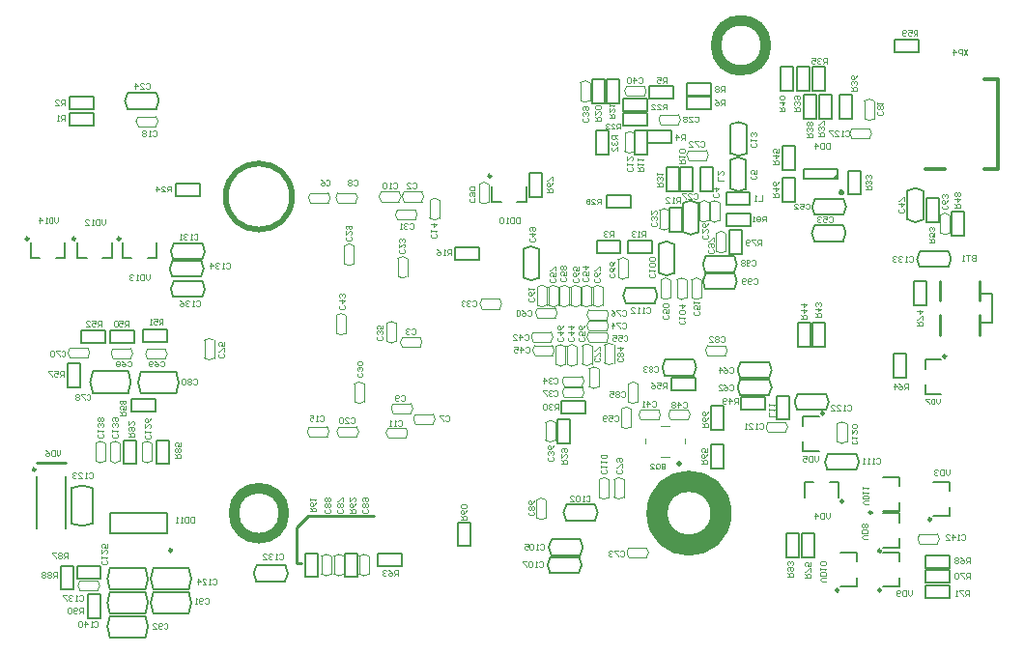
<source format=gbo>
G04 Layer_Color=7962120*
%FSLAX44Y44*%
%MOMM*%
G71*
G01*
G75*
%ADD10C,0.1000*%
%ADD41C,0.1500*%
%ADD43C,0.2000*%
%ADD47C,0.5000*%
%ADD188C,0.2540*%
%ADD189C,0.9000*%
%ADD192C,0.2500*%
%ADD193C,0.0800*%
%ADD194C,0.0900*%
%ADD246C,1.9000*%
%ADD247C,0.3048*%
G36*
X726147Y396165D02*
X726750Y395915D01*
X727268Y395518D01*
X727665Y395000D01*
X727915Y394397D01*
X728000Y393750D01*
X727915Y393103D01*
X727665Y392500D01*
X727268Y391982D01*
X726750Y391585D01*
X726147Y391335D01*
X725500Y391250D01*
X724853Y391335D01*
X724250Y391585D01*
X723732Y391982D01*
X723335Y392500D01*
X723085Y393103D01*
X723000Y393750D01*
X723085Y394397D01*
X723335Y395000D01*
X723732Y395518D01*
X724250Y395915D01*
X724853Y396165D01*
X725500Y396250D01*
X726147Y396165D01*
D02*
G37*
G36*
X722500Y406000D02*
X717500D01*
X722500Y411000D01*
Y406000D01*
D02*
G37*
D10*
X299750Y384750D02*
G03*
X299750Y393250I-4250J4250D01*
G01*
X284250D02*
G03*
X284250Y384750I4250J-4250D01*
G01*
X260250Y393250D02*
G03*
X260250Y384750I4250J-4250D01*
G01*
X275750D02*
G03*
X275750Y393250I-4250J4250D01*
G01*
X661250Y192250D02*
G03*
X661250Y183750I4250J-4250D01*
G01*
X676750D02*
G03*
X676750Y192250I-4250J4250D01*
G01*
X745750Y458250D02*
G03*
X754250Y458250I4250J4250D01*
G01*
Y473750D02*
G03*
X745750Y473750I-4250J-4250D01*
G01*
X541250Y203750D02*
G03*
X532750Y203750I-4250J-4250D01*
G01*
Y188250D02*
G03*
X541250Y188250I4250J4250D01*
G01*
X566000Y362250D02*
G03*
X574500Y362250I4250J4250D01*
G01*
Y377750D02*
G03*
X566000Y377750I-4250J-4250D01*
G01*
X610000Y369250D02*
G03*
X618500Y369250I4250J4250D01*
G01*
Y384750D02*
G03*
X610000Y384750I-4250J-4250D01*
G01*
X601000Y369250D02*
G03*
X609500Y369250I4250J4250D01*
G01*
Y384750D02*
G03*
X601000Y384750I-4250J-4250D01*
G01*
X567250Y461750D02*
G03*
X567250Y453250I4250J-4250D01*
G01*
X582750D02*
G03*
X582750Y461750I-4250J4250D01*
G01*
X535750Y429750D02*
G03*
X544250Y429750I4250J4250D01*
G01*
Y445250D02*
G03*
X535750Y445250I-4250J-4250D01*
G01*
X537250Y486750D02*
G03*
X537250Y478250I4250J-4250D01*
G01*
X552750D02*
G03*
X552750Y486750I-4250J4250D01*
G01*
X505250Y489750D02*
G03*
X496750Y489750I-4250J-4250D01*
G01*
Y474250D02*
G03*
X505250Y474250I4250J4250D01*
G01*
X498249Y224000D02*
G03*
X498249Y232500I-4250J4250D01*
G01*
X482749D02*
G03*
X482749Y224000I4250J-4250D01*
G01*
Y222500D02*
G03*
X482749Y214000I4250J-4250D01*
G01*
X498249D02*
G03*
X498249Y222500I-4250J4250D01*
G01*
X466249Y176500D02*
G03*
X474749Y176500I4250J4250D01*
G01*
Y192000D02*
G03*
X466249Y192000I-4250J-4250D01*
G01*
X121250Y173750D02*
G03*
X112750Y173750I-4250J-4250D01*
G01*
Y158250D02*
G03*
X121250Y158250I4250J4250D01*
G01*
X410500Y300250D02*
G03*
X410500Y291750I4250J-4250D01*
G01*
X426000D02*
G03*
X426000Y300250I-4250J4250D01*
G01*
X373250Y386750D02*
G03*
X364750Y386750I-4250J-4250D01*
G01*
Y371250D02*
G03*
X373250Y371250I4250J4250D01*
G01*
X357750Y385750D02*
G03*
X357750Y394250I-4250J4250D01*
G01*
X342250D02*
G03*
X342250Y385750I4250J-4250D01*
G01*
X337750D02*
G03*
X337750Y394250I-4250J4250D01*
G01*
X322250D02*
G03*
X322250Y385750I4250J-4250D01*
G01*
X298250Y346750D02*
G03*
X289750Y346750I-4250J-4250D01*
G01*
Y331250D02*
G03*
X298250Y331250I4250J4250D01*
G01*
X307250Y225750D02*
G03*
X298750Y225750I-4250J-4250D01*
G01*
Y210250D02*
G03*
X307250Y210250I4250J4250D01*
G01*
X348249Y200000D02*
G03*
X348249Y208500I-4250J4250D01*
G01*
X332749D02*
G03*
X332749Y200000I4250J-4250D01*
G01*
X343750Y178750D02*
G03*
X343750Y187250I-4250J4250D01*
G01*
X328250D02*
G03*
X328250Y178750I4250J-4250D01*
G01*
X367750Y190750D02*
G03*
X367750Y199250I-4250J4250D01*
G01*
X352250D02*
G03*
X352250Y190750I4250J-4250D01*
G01*
X300750Y179750D02*
G03*
X300750Y188250I-4250J4250D01*
G01*
X285250D02*
G03*
X285250Y179750I4250J-4250D01*
G01*
X259250Y188250D02*
G03*
X259250Y179750I4250J-4250D01*
G01*
X274750D02*
G03*
X274750Y188250I-4250J4250D01*
G01*
X124750Y451750D02*
G03*
X124750Y460250I-4250J4250D01*
G01*
X109250D02*
G03*
X109250Y451750I4250J-4250D01*
G01*
X133000Y247750D02*
G03*
X133000Y256250I-4250J4250D01*
G01*
X117500D02*
G03*
X117500Y247750I4250J-4250D01*
G01*
X87250Y256750D02*
G03*
X87250Y248250I4250J-4250D01*
G01*
X102750D02*
G03*
X102750Y256750I-4250J4250D01*
G01*
X49500Y257250D02*
G03*
X49500Y248750I4250J-4250D01*
G01*
X65000D02*
G03*
X65000Y257250I-4250J4250D01*
G01*
X356249Y258000D02*
G03*
X356249Y266500I-4250J4250D01*
G01*
X340749D02*
G03*
X340749Y258000I4250J-4250D01*
G01*
X311250Y74750D02*
G03*
X302750Y74750I-4250J-4250D01*
G01*
Y59250D02*
G03*
X311250Y59250I4250J4250D01*
G01*
X278250Y74750D02*
G03*
X269750Y74750I-4250J-4250D01*
G01*
Y59250D02*
G03*
X278250Y59250I4250J4250D01*
G01*
X289250Y74750D02*
G03*
X280750Y74750I-4250J-4250D01*
G01*
Y59250D02*
G03*
X289250Y59250I4250J4250D01*
G01*
X336750Y320250D02*
G03*
X345250Y320250I4250J4250D01*
G01*
Y335750D02*
G03*
X336750Y335750I-4250J-4250D01*
G01*
X721750Y175250D02*
G03*
X730250Y175250I4250J4250D01*
G01*
Y190750D02*
G03*
X721750Y190750I-4250J-4250D01*
G01*
X408000Y385250D02*
G03*
X416500Y385250I4250J4250D01*
G01*
Y400750D02*
G03*
X408000Y400750I-4250J-4250D01*
G01*
X93250Y173750D02*
G03*
X84750Y173750I-4250J-4250D01*
G01*
Y158250D02*
G03*
X93250Y158250I4250J4250D01*
G01*
X80250Y173750D02*
G03*
X71750Y173750I-4250J-4250D01*
G01*
Y158250D02*
G03*
X80250Y158250I4250J4250D01*
G01*
X58250Y53250D02*
G03*
X58250Y44750I4250J-4250D01*
G01*
X73750D02*
G03*
X73750Y53250I-4250J4250D01*
G01*
X513249Y126500D02*
G03*
X521749Y126500I4250J4250D01*
G01*
Y142000D02*
G03*
X513249Y142000I-4250J-4250D01*
G01*
X615750Y342250D02*
G03*
X624250Y342250I4250J4250D01*
G01*
Y357750D02*
G03*
X615750Y357750I-4250J-4250D01*
G01*
X581249Y301500D02*
G03*
X589749Y301500I4250J4250D01*
G01*
Y317000D02*
G03*
X581249Y317000I-4250J-4250D01*
G01*
X471000Y262750D02*
G03*
X471000Y271250I-4250J4250D01*
G01*
X455500D02*
G03*
X455500Y262750I4250J-4250D01*
G01*
X282750Y270250D02*
G03*
X291250Y270250I4250J4250D01*
G01*
Y285750D02*
G03*
X282750Y285750I-4250J-4250D01*
G01*
X493500Y258500D02*
G03*
X485000Y258500I-4250J-4250D01*
G01*
Y243000D02*
G03*
X493500Y243000I4250J4250D01*
G01*
X472249Y251000D02*
G03*
X472249Y259500I-4250J4250D01*
G01*
X456749D02*
G03*
X456749Y251000I4250J-4250D01*
G01*
X483750Y258500D02*
G03*
X475250Y258500I-4250J-4250D01*
G01*
Y243000D02*
G03*
X483750Y243000I4250J4250D01*
G01*
X575749Y317000D02*
G03*
X567249Y317000I-4250J-4250D01*
G01*
Y301500D02*
G03*
X575749Y301500I4250J4250D01*
G01*
X602749Y317000D02*
G03*
X594249Y317000I-4250J-4250D01*
G01*
Y301500D02*
G03*
X602749Y301500I4250J4250D01*
G01*
X498000Y295000D02*
G03*
X506500Y295000I4250J4250D01*
G01*
Y310500D02*
G03*
X498000Y310500I-4250J-4250D01*
G01*
X504250Y271250D02*
G03*
X504250Y262750I4250J-4250D01*
G01*
X519750D02*
G03*
X519750Y271250I-4250J4250D01*
G01*
X506749Y259000D02*
G03*
X498249Y259000I-4250J-4250D01*
G01*
Y243500D02*
G03*
X506749Y243500I4250J4250D01*
G01*
X468750Y295000D02*
G03*
X477250Y295000I4250J4250D01*
G01*
Y310500D02*
G03*
X468750Y310500I-4250J-4250D01*
G01*
X478500Y295000D02*
G03*
X487000Y295000I4250J4250D01*
G01*
Y310500D02*
G03*
X478500Y310500I-4250J-4250D01*
G01*
X459245Y292500D02*
G03*
X459245Y284000I4250J-4250D01*
G01*
X474745D02*
G03*
X474745Y292500I-4250J4250D01*
G01*
X467500Y310500D02*
G03*
X459000Y310500I-4250J-4250D01*
G01*
Y295000D02*
G03*
X467500Y295000I4250J4250D01*
G01*
X488250D02*
G03*
X496750Y295000I4250J4250D01*
G01*
Y310500D02*
G03*
X488250Y310500I-4250J-4250D01*
G01*
X750249Y441000D02*
G03*
X750249Y449500I-4250J4250D01*
G01*
X734749D02*
G03*
X734749Y441000I4250J-4250D01*
G01*
X529750Y319250D02*
G03*
X538250Y319250I4250J4250D01*
G01*
Y334750D02*
G03*
X529750Y334750I-4250J-4250D01*
G01*
X516250Y310500D02*
G03*
X507750Y310500I-4250J-4250D01*
G01*
Y295000D02*
G03*
X516250Y295000I4250J4250D01*
G01*
X591749Y430500D02*
G03*
X591749Y422000I4250J-4250D01*
G01*
X607249D02*
G03*
X607249Y430500I-4250J4250D01*
G01*
X539250Y82250D02*
G03*
X539250Y73750I4250J-4250D01*
G01*
X554750D02*
G03*
X554750Y82250I-4250J4250D01*
G01*
X504250Y281000D02*
G03*
X504250Y272500I4250J-4250D01*
G01*
X519750D02*
G03*
X519750Y281000I-4250J4250D01*
G01*
X175749Y264000D02*
G03*
X167249Y264000I-4250J-4250D01*
G01*
Y248500D02*
G03*
X175749Y248500I4250J4250D01*
G01*
X504250Y290750D02*
G03*
X504250Y282250I4250J-4250D01*
G01*
X519750D02*
G03*
X519750Y290750I-4250J4250D01*
G01*
X504249Y223500D02*
G03*
X512749Y223500I4250J4250D01*
G01*
Y239000D02*
G03*
X504249Y239000I-4250J-4250D01*
G01*
X534749Y142000D02*
G03*
X526249Y142000I-4250J-4250D01*
G01*
Y126500D02*
G03*
X534749Y126500I4250J4250D01*
G01*
X608250Y259250D02*
G03*
X608250Y250750I4250J-4250D01*
G01*
X623750D02*
G03*
X623750Y259250I-4250J4250D01*
G01*
X526250Y259750D02*
G03*
X517750Y259750I-4250J-4250D01*
G01*
Y244250D02*
G03*
X526250Y244250I4250J4250D01*
G01*
X538750Y210250D02*
G03*
X547250Y210250I4250J4250D01*
G01*
Y225750D02*
G03*
X538750Y225750I-4250J-4250D01*
G01*
X458249Y108500D02*
G03*
X466749Y108500I4250J4250D01*
G01*
Y124000D02*
G03*
X458249Y124000I-4250J-4250D01*
G01*
X565250Y194500D02*
G03*
X565250Y203000I-4250J4250D01*
G01*
X549750D02*
G03*
X549750Y194500I4250J-4250D01*
G01*
X575750Y203000D02*
G03*
X575750Y194500I4250J-4250D01*
G01*
X591250D02*
G03*
X591250Y203000I-4250J4250D01*
G01*
X352000Y369750D02*
G03*
X352000Y378250I-4250J4250D01*
G01*
X336500D02*
G03*
X336500Y369750I4250J-4250D01*
G01*
X820500Y373750D02*
G03*
X812000Y373750I-4250J-4250D01*
G01*
Y358250D02*
G03*
X820500Y358250I4250J4250D01*
G01*
X809750Y85750D02*
G03*
X809750Y94250I-4250J4250D01*
G01*
X794250D02*
G03*
X794250Y85750I4250J-4250D01*
G01*
X335500Y278750D02*
G03*
X327000Y278750I-4250J-4250D01*
G01*
Y263250D02*
G03*
X335500Y263250I4250J4250D01*
G01*
X588000Y173750D02*
Y177500D01*
X567250Y162000D02*
X574750D01*
X567250Y189250D02*
X574750D01*
X554000Y173750D02*
Y177500D01*
X284250Y393250D02*
X299750Y393250D01*
X284250Y384750D02*
X299750Y384750D01*
X260250D02*
X275750Y384750D01*
X260250Y393250D02*
X275750Y393250D01*
X661250Y183750D02*
X676750Y183750D01*
X661250Y192250D02*
X676750Y192250D01*
X754250Y473750D02*
X754250Y458250D01*
X745750D02*
X745750Y473750D01*
X532750Y203750D02*
X532750Y188250D01*
X541250D02*
X541250Y203750D01*
X574500Y377750D02*
X574500Y362250D01*
X566000D02*
X566000Y377750D01*
X618500Y384750D02*
X618500Y369250D01*
X610000D02*
X610000Y384750D01*
X609500D02*
X609500Y369250D01*
X601000D02*
X601000Y384750D01*
X567250Y453250D02*
X582750Y453250D01*
X567250Y461750D02*
X582750Y461750D01*
X544250Y445250D02*
X544250Y429750D01*
X535750D02*
X535750Y445250D01*
X537250Y478250D02*
X552750Y478250D01*
X537250Y486750D02*
X552750Y486750D01*
X496750Y489750D02*
X496750Y474250D01*
X505250D02*
X505250Y489750D01*
X482749Y232500D02*
X498249Y232500D01*
X482749Y224000D02*
X498249Y224000D01*
X482749Y214000D02*
X498249Y214000D01*
X482749Y222500D02*
X498249Y222500D01*
X474749Y192000D02*
X474749Y176500D01*
X466249D02*
X466249Y192000D01*
X112750Y173750D02*
X112750Y158250D01*
X121250D02*
X121250Y173750D01*
X410500Y291750D02*
X426000Y291750D01*
X410500Y300250D02*
X426000Y300250D01*
X364750Y386750D02*
X364750Y371250D01*
X373250D02*
X373250Y386750D01*
X342250Y394250D02*
X357750Y394250D01*
X342250Y385750D02*
X357750Y385750D01*
X322250Y394250D02*
X337750Y394250D01*
X322250Y385750D02*
X337750Y385750D01*
X289750Y346750D02*
X289750Y331250D01*
X298250D02*
X298250Y346750D01*
X298750Y225750D02*
X298750Y210250D01*
X307250D02*
X307250Y225750D01*
X332749Y208500D02*
X348249Y208500D01*
X332749Y200000D02*
X348249Y200000D01*
X328250Y187250D02*
X343750Y187250D01*
X328250Y178750D02*
X343750Y178750D01*
X352250Y199250D02*
X367750Y199250D01*
X352250Y190750D02*
X367750Y190750D01*
X285250Y188250D02*
X300750Y188250D01*
X285250Y179750D02*
X300750Y179750D01*
X259250D02*
X274750Y179750D01*
X259250Y188250D02*
X274750Y188250D01*
X109250Y460250D02*
X124750Y460250D01*
X109250Y451750D02*
X124750Y451750D01*
X117500Y256250D02*
X133000Y256250D01*
X117500Y247750D02*
X133000Y247750D01*
X87250Y248250D02*
X102750Y248250D01*
X87250Y256750D02*
X102750Y256750D01*
X49500Y248750D02*
X65000Y248750D01*
X49500Y257250D02*
X65000Y257250D01*
X340749Y266500D02*
X356249Y266500D01*
X340749Y258000D02*
X356249Y258000D01*
X302750Y74750D02*
X302750Y59250D01*
X311250D02*
X311250Y74750D01*
X269750D02*
X269750Y59250D01*
X278250D02*
X278250Y74750D01*
X280750D02*
X280750Y59250D01*
X289250D02*
X289250Y74750D01*
X345250Y335750D02*
X345250Y320250D01*
X336750D02*
X336750Y335750D01*
X730250Y190750D02*
X730250Y175250D01*
X721750D02*
X721750Y190750D01*
X416500Y400750D02*
X416500Y385250D01*
X408000D02*
X408000Y400750D01*
X84750Y173750D02*
X84750Y158250D01*
X93250D02*
X93250Y173750D01*
X71750D02*
X71750Y158250D01*
X80250D02*
X80250Y173750D01*
X58250Y44750D02*
X73750Y44750D01*
X58250Y53250D02*
X73750Y53250D01*
X521749Y142000D02*
X521749Y126500D01*
X513249D02*
X513249Y142000D01*
X624250Y357750D02*
X624250Y342250D01*
X615750D02*
X615750Y357750D01*
X589749Y317000D02*
X589749Y301500D01*
X581249D02*
X581249Y317000D01*
X455500Y271250D02*
X471000Y271250D01*
X455500Y262750D02*
X471000Y262750D01*
X291250Y285750D02*
X291250Y270250D01*
X282750D02*
X282750Y285750D01*
X485000Y258500D02*
X485000Y243000D01*
X493500D02*
X493500Y258500D01*
X456749Y259500D02*
X472249Y259500D01*
X456749Y251000D02*
X472249Y251000D01*
X475250Y258500D02*
X475250Y243000D01*
X483750D02*
X483750Y258500D01*
X567249Y317000D02*
X567249Y301500D01*
X575749D02*
X575749Y317000D01*
X594249D02*
X594249Y301500D01*
X602749D02*
X602749Y317000D01*
X506500Y310500D02*
X506500Y295000D01*
X498000D02*
X498000Y310500D01*
X504250Y262750D02*
X519750Y262750D01*
X504250Y271250D02*
X519750Y271250D01*
X498249Y259000D02*
X498249Y243500D01*
X506749D02*
X506749Y259000D01*
X477250Y310500D02*
X477250Y295000D01*
X468750D02*
X468750Y310500D01*
X487000D02*
X487000Y295000D01*
X478500D02*
X478500Y310500D01*
X459245Y284000D02*
X474745Y284000D01*
X459245Y292500D02*
X474745Y292500D01*
X459000Y310500D02*
X459000Y295000D01*
X467500D02*
X467500Y310500D01*
X496750D02*
X496750Y295000D01*
X488250D02*
X488250Y310500D01*
X734749Y449500D02*
X750249Y449500D01*
X734749Y441000D02*
X750249Y441000D01*
X538250Y334750D02*
X538250Y319250D01*
X529750D02*
X529750Y334750D01*
X507750Y310500D02*
X507750Y295000D01*
X516250D02*
X516250Y310500D01*
X591749Y422000D02*
X607249Y422000D01*
X591749Y430500D02*
X607249Y430500D01*
X539250Y73750D02*
X554750Y73750D01*
X539250Y82250D02*
X554750Y82250D01*
X504250Y272500D02*
X519750Y272500D01*
X504250Y281000D02*
X519750Y281000D01*
X167249Y264000D02*
X167249Y248500D01*
X175749D02*
X175749Y264000D01*
X504250Y282250D02*
X519750Y282250D01*
X504250Y290750D02*
X519750Y290750D01*
X512749Y239000D02*
X512749Y223500D01*
X504249D02*
X504249Y239000D01*
X526249Y142000D02*
X526249Y126500D01*
X534749D02*
X534749Y142000D01*
X608250Y250750D02*
X623750Y250750D01*
X608250Y259250D02*
X623750Y259250D01*
X517750Y259750D02*
X517750Y244250D01*
X526250D02*
X526250Y259750D01*
X547250Y225750D02*
X547250Y210250D01*
X538750D02*
X538750Y225750D01*
X466749Y124000D02*
X466749Y108500D01*
X458249D02*
X458249Y124000D01*
X549750Y203000D02*
X565250Y203000D01*
X549750Y194500D02*
X565250Y194500D01*
X575750D02*
X591250Y194500D01*
X575750Y203000D02*
X591250Y203000D01*
X336500Y378250D02*
X352000Y378250D01*
X336500Y369750D02*
X352000Y369750D01*
X812000Y358250D02*
X812000Y373750D01*
X820500D02*
X820500Y358250D01*
X794250Y94250D02*
X809750Y94250D01*
X794250Y85750D02*
X809750Y85750D01*
X327000Y278750D02*
X327000Y263250D01*
X335500D02*
X335500Y278750D01*
D41*
X702250Y387757D02*
G03*
X701989Y374000I9309J-7058D01*
G01*
X727250D02*
G03*
X727512Y387757I-9309J7058D01*
G01*
X69500Y134500D02*
G03*
X50500Y134500I-9500J-19000D01*
G01*
Y103500D02*
G03*
X69500Y103500I9500J19000D01*
G01*
X628493Y428000D02*
G03*
X642250Y427738I7058J9309D01*
G01*
Y453000D02*
G03*
X628493Y453261I-7058J-9309D01*
G01*
X642007Y422000D02*
G03*
X628250Y422262I-7058J-9309D01*
G01*
Y397000D02*
G03*
X642007Y396739I7058J9309D01*
G01*
X586493Y359000D02*
G03*
X600250Y358739I7058J9309D01*
G01*
Y384000D02*
G03*
X586493Y384262I-7058J-9309D01*
G01*
X84500Y64500D02*
G03*
X84500Y45500I19000J-9500D01*
G01*
X115500D02*
G03*
X115500Y64500I-19000J9500D01*
G01*
X122500D02*
G03*
X122500Y45500I19000J-9500D01*
G01*
X153500D02*
G03*
X153500Y64500I-19000J9500D01*
G01*
X702000Y364757D02*
G03*
X701739Y351000I9309J-7058D01*
G01*
X727000D02*
G03*
X727262Y364757I-9309J7058D01*
G01*
X122500Y43500D02*
G03*
X122500Y24500I19000J-9500D01*
G01*
X153500D02*
G03*
X153500Y43500I-19000J9500D01*
G01*
X115500Y3500D02*
G03*
X115500Y22500I-19000J9500D01*
G01*
X84500D02*
G03*
X84500Y3500I19000J-9500D01*
G01*
X115500Y24500D02*
G03*
X115500Y43500I-19000J9500D01*
G01*
X84500D02*
G03*
X84500Y24500I19000J-9500D01*
G01*
X797250Y395000D02*
G03*
X783493Y395261I-7058J-9309D01*
G01*
Y370000D02*
G03*
X797250Y369739I7058J9309D01*
G01*
X470499Y74007D02*
G03*
X470238Y60250I9309J-7058D01*
G01*
X495499D02*
G03*
X495760Y74007I-9309J7058D01*
G01*
X484499Y120007D02*
G03*
X484238Y106250I9309J-7058D01*
G01*
X509499D02*
G03*
X509760Y120007I-9309J7058D01*
G01*
X738499Y150493D02*
G03*
X738760Y164250I-9309J7058D01*
G01*
X713499D02*
G03*
X713238Y150493I9309J-7058D01*
G01*
X712000Y203243D02*
G03*
X712262Y217000I-9309J7058D01*
G01*
X687000D02*
G03*
X686739Y203243I9309J-7058D01*
G01*
X471499Y89507D02*
G03*
X471237Y75750I9309J-7058D01*
G01*
X496499D02*
G03*
X496760Y89507I-9309J7058D01*
G01*
X606499Y337632D02*
G03*
X606237Y323875I9309J-7058D01*
G01*
X631499D02*
G03*
X631760Y337632I-9309J7058D01*
G01*
X446743Y319000D02*
G03*
X460500Y318739I7058J9309D01*
G01*
Y344000D02*
G03*
X446743Y344262I-7058J-9309D01*
G01*
X140250Y315757D02*
G03*
X139988Y302000I9309J-7058D01*
G01*
X165250D02*
G03*
X165511Y315757I-9309J7058D01*
G01*
X139250Y333757D02*
G03*
X138989Y320000I9309J-7058D01*
G01*
X164250D02*
G03*
X164512Y333757I-9309J7058D01*
G01*
X596000Y233243D02*
G03*
X596261Y247000I-9309J7058D01*
G01*
X571000D02*
G03*
X570738Y233243I9309J-7058D01*
G01*
X140250Y348757D02*
G03*
X139988Y335000I9309J-7058D01*
G01*
X165250D02*
G03*
X165511Y348757I-9309J7058D01*
G01*
X213000Y66757D02*
G03*
X212738Y53000I9309J-7058D01*
G01*
X238000D02*
G03*
X238262Y66757I-9309J7058D01*
G01*
X819250Y328243D02*
G03*
X819511Y342000I-9309J7058D01*
G01*
X794250D02*
G03*
X793989Y328243I9309J-7058D01*
G01*
X100000Y480757D02*
G03*
X99739Y467000I9309J-7058D01*
G01*
X125000D02*
G03*
X125261Y480757I-9309J7058D01*
G01*
X100500Y218000D02*
G03*
X100500Y237000I-19000J9500D01*
G01*
X69500D02*
G03*
X69500Y218000I19000J-9500D01*
G01*
X111500Y236500D02*
G03*
X111500Y217500I19000J-9500D01*
G01*
X142500D02*
G03*
X142500Y236500I-19000J9500D01*
G01*
X637000Y244757D02*
G03*
X636739Y231000I9309J-7058D01*
G01*
X662000D02*
G03*
X662262Y244757I-9309J7058D01*
G01*
X637000Y229757D02*
G03*
X636739Y216000I9309J-7058D01*
G01*
X662000D02*
G03*
X662262Y229757I-9309J7058D01*
G01*
X606499Y322554D02*
G03*
X606237Y308797I9309J-7058D01*
G01*
X631499D02*
G03*
X631760Y322554I-9309J7058D01*
G01*
X536835Y310165D02*
G03*
X536573Y296408I9309J-7058D01*
G01*
X561835D02*
G03*
X562096Y310165I-9309J7058D01*
G01*
X565493Y323250D02*
G03*
X579250Y322989I7058J9309D01*
G01*
Y348250D02*
G03*
X565493Y348512I-7058J-9309D01*
G01*
X702250Y387757D02*
X727512D01*
X701989Y374000D02*
X727250D01*
X69500Y103500D02*
Y134500D01*
X50500Y103500D02*
Y134500D01*
X162999Y390750D02*
Y401750D01*
X141999Y390750D02*
Y401750D01*
X162999D01*
X141999Y390750D02*
X162999D01*
X103501Y201752D02*
X124501D01*
X103501Y212752D02*
X124501D01*
X103501Y201752D02*
Y212752D01*
X124501Y201752D02*
Y212752D01*
X58501Y222752D02*
Y243752D01*
X47501Y222752D02*
Y243752D01*
Y222752D02*
X58501D01*
X47501Y243752D02*
X58501D01*
X772500Y527500D02*
X793500D01*
X772500Y516500D02*
X793500D01*
Y527500D01*
X772500Y516500D02*
Y527500D01*
X52500Y45500D02*
Y66500D01*
X41500Y45500D02*
Y66500D01*
Y45500D02*
X52500D01*
X41500Y66500D02*
X52500D01*
X799500Y38500D02*
X820500D01*
X799500Y49500D02*
X820500D01*
X799500Y38500D02*
Y49500D01*
X820500Y38500D02*
Y49500D01*
X692500Y406000D02*
X722500D01*
X692500Y414000D02*
X722500D01*
X692500Y406000D02*
Y414000D01*
X722500Y406000D02*
Y414000D01*
X706500Y458500D02*
Y479500D01*
X717500Y458500D02*
Y479500D01*
X706500D02*
X717500D01*
X706500Y458500D02*
X717500D01*
X692500D02*
Y479500D01*
X703500Y458500D02*
Y479500D01*
X692500D02*
X703500D01*
X692500Y458500D02*
X703500D01*
X672500Y482500D02*
Y503500D01*
X683500Y482500D02*
Y503500D01*
X672500D02*
X683500D01*
X672500Y482500D02*
X683500D01*
X686500D02*
Y503500D01*
X697500Y482500D02*
Y503500D01*
X686500D02*
X697500D01*
X686500Y482500D02*
X697500D01*
X700500D02*
Y503500D01*
X711500Y482500D02*
Y503500D01*
X700500D02*
X711500D01*
X700500Y482500D02*
X711500D01*
X684750Y413500D02*
Y434500D01*
X673750Y413500D02*
Y434500D01*
Y413500D02*
X684750D01*
X673750Y434500D02*
X684750D01*
X673750Y385500D02*
Y406500D01*
X684750Y385500D02*
Y406500D01*
X673750D02*
X684750D01*
X673750Y385500D02*
X684750D01*
X742501Y391752D02*
Y412752D01*
X731501Y391752D02*
Y412752D01*
Y391752D02*
X742501D01*
X731501Y412752D02*
X742501D01*
X821999Y355750D02*
X832999D01*
X821999Y376750D02*
X832999D01*
Y355750D02*
Y376750D01*
X821999Y355750D02*
Y376750D01*
X782500Y231500D02*
Y252500D01*
X771500Y231500D02*
Y252500D01*
Y231500D02*
X782500D01*
X771500Y252500D02*
X782500D01*
X668500Y194500D02*
X679500D01*
X668500Y215500D02*
X679500D01*
Y194500D02*
Y215500D01*
X668500Y194500D02*
Y215500D01*
X799500Y75500D02*
X820500D01*
X799500Y64500D02*
X820500D01*
Y75500D01*
X799500Y64500D02*
Y75500D01*
Y62500D02*
X820500D01*
X799500Y51500D02*
X820500D01*
Y62500D01*
X799500Y51500D02*
Y62500D01*
X711500Y258500D02*
Y279500D01*
X700500Y258500D02*
Y279500D01*
Y258500D02*
X711500D01*
X700500Y279500D02*
X711500D01*
X698500Y258500D02*
Y279500D01*
X687500Y258500D02*
Y279500D01*
Y258500D02*
X698500D01*
X687500Y279500D02*
X698500D01*
X590500Y489500D02*
X611500D01*
X590500Y478500D02*
X611500D01*
Y489500D01*
X590500Y478500D02*
Y489500D01*
Y477500D02*
X611500D01*
X590500Y466500D02*
X611500D01*
Y477500D01*
X590500Y466500D02*
Y477500D01*
X628493Y428000D02*
Y453261D01*
X642250Y427738D02*
Y453000D01*
X642007Y396739D02*
Y422000D01*
X628250Y397000D02*
Y422262D01*
X645500Y382500D02*
Y393500D01*
X624500Y382500D02*
Y393500D01*
X645500D01*
X624500Y382500D02*
X645500D01*
X538250Y351750D02*
X559250D01*
X538250Y340750D02*
X559250D01*
Y351750D01*
X538250Y340750D02*
Y351750D01*
X510999Y340750D02*
X531999D01*
X510999Y351750D02*
X531999D01*
X510999Y340750D02*
Y351750D01*
X531999Y340750D02*
Y351750D01*
X574750Y359500D02*
Y380500D01*
X585750Y359500D02*
Y380500D01*
X574750D02*
X585750D01*
X574750Y359500D02*
X585750D01*
X586493Y359000D02*
Y384262D01*
X600250Y358739D02*
Y384000D01*
X572000Y394500D02*
Y415500D01*
X583000Y394500D02*
Y415500D01*
X572000D02*
X583000D01*
X572000Y394500D02*
X583000D01*
X595500D02*
Y415500D01*
X584500Y394500D02*
Y415500D01*
Y394500D02*
X595500D01*
X584500Y415500D02*
X595500D01*
X601999Y394750D02*
X612999D01*
X601999Y415750D02*
X612999D01*
Y394750D02*
Y415750D01*
X601999Y394750D02*
Y415750D01*
X555501Y436752D02*
X576501D01*
X555501Y447752D02*
X576501D01*
X555501Y436752D02*
Y447752D01*
X576501Y436752D02*
Y447752D01*
X557501Y475752D02*
X578501D01*
X557501Y486752D02*
X578501D01*
X557501Y475752D02*
Y486752D01*
X578501Y475752D02*
Y486752D01*
X555500Y427000D02*
Y448000D01*
X544500Y427000D02*
Y448000D01*
Y427000D02*
X555500D01*
X544500Y448000D02*
X555500D01*
X520000Y380497D02*
X541000D01*
X520000Y391497D02*
X541000D01*
X520000Y380497D02*
Y391497D01*
X541000Y380497D02*
Y391497D01*
X534500Y452000D02*
X555500D01*
X534500Y463000D02*
X555500D01*
X534500Y452000D02*
Y463000D01*
X555500Y452000D02*
Y463000D01*
X534500Y464500D02*
X555500D01*
X534500Y475500D02*
X555500D01*
X534500Y464500D02*
Y475500D01*
X555500Y464500D02*
Y475500D01*
X530500Y472000D02*
Y493000D01*
X519500Y472000D02*
Y493000D01*
Y472000D02*
X530500D01*
X519500Y493000D02*
X530500D01*
X518000Y472000D02*
Y493000D01*
X507000Y472000D02*
Y493000D01*
Y472000D02*
X518000D01*
X507000Y493000D02*
X518000D01*
X451750Y389500D02*
X462750D01*
X451750Y410500D02*
X462750D01*
Y389500D02*
Y410500D01*
X451750Y389500D02*
Y410500D01*
X479999Y210750D02*
X500999D01*
X479999Y199750D02*
X500999D01*
Y210750D01*
X479999Y199750D02*
Y210750D01*
X476999Y173500D02*
Y194500D01*
X487999Y173500D02*
Y194500D01*
X476999D02*
X487999D01*
X476999Y173500D02*
X487999D01*
X84500Y64500D02*
X115500D01*
X84500Y45500D02*
X115500D01*
X122500Y64500D02*
X153500D01*
X122500Y45500D02*
X153500D01*
X136500Y155500D02*
Y176500D01*
X125500Y155500D02*
Y176500D01*
Y155500D02*
X136500D01*
X125500Y176500D02*
X136500D01*
X387000Y345500D02*
X408000D01*
X387000Y334500D02*
X408000D01*
Y345500D01*
X387000Y334500D02*
Y345500D01*
X49500Y467000D02*
X70500D01*
X49500Y478000D02*
X70500D01*
X49500Y467000D02*
Y478000D01*
X70500Y467000D02*
Y478000D01*
X49500Y452000D02*
X70500D01*
X49500Y463000D02*
X70500D01*
X49500Y452000D02*
Y463000D01*
X70500Y452000D02*
Y463000D01*
X113750Y273500D02*
X134750D01*
X113750Y262500D02*
X134750D01*
Y273500D01*
X113750Y262500D02*
Y273500D01*
X84500Y273000D02*
X105500D01*
X84500Y262000D02*
X105500D01*
Y273000D01*
X84500Y262000D02*
Y273000D01*
X59500D02*
X80500D01*
X59500Y262000D02*
X80500D01*
Y273000D01*
X59500Y262000D02*
Y273000D01*
X702000Y364757D02*
X727262D01*
X701739Y351000D02*
X727000D01*
X723500Y458500D02*
Y479500D01*
X734500Y458500D02*
Y479500D01*
X723500D02*
X734500D01*
X723500Y458500D02*
X734500D01*
X122500Y43500D02*
X153500D01*
X122500Y24500D02*
X153500D01*
X84500Y3500D02*
X115500D01*
X84500Y22500D02*
X115500D01*
X84500Y24500D02*
X115500D01*
X84500Y43500D02*
X115500D01*
X797250Y369739D02*
Y395000D01*
X783493Y370000D02*
Y395261D01*
X788999Y295000D02*
Y316000D01*
X799999Y295000D02*
Y316000D01*
X788999D02*
X799999D01*
X788999Y295000D02*
X799999D01*
X610999Y185750D02*
Y206750D01*
X621999Y185750D02*
Y206750D01*
X610999D02*
X621999D01*
X610999Y185750D02*
X621999D01*
X470499Y74007D02*
X495760D01*
X470238Y60250D02*
X495499D01*
X610999Y151750D02*
Y172750D01*
X621999Y151750D02*
Y172750D01*
X610999D02*
X621999D01*
X610999Y151750D02*
X621999D01*
X484499Y120007D02*
X509760D01*
X484238Y106250D02*
X509499D01*
X713238Y150493D02*
X738499D01*
X713499Y164250D02*
X738760D01*
X857249Y279250D02*
Y293750D01*
Y305000D01*
X846999D02*
X857249D01*
X846999Y279250D02*
X857249D01*
X301500Y56500D02*
Y77500D01*
X290500Y56500D02*
Y77500D01*
Y56500D02*
X301500D01*
X290500Y77500D02*
X301500D01*
X319500D02*
X340500D01*
X319500Y66500D02*
X340500D01*
Y77500D01*
X319500Y66500D02*
Y77500D01*
X389500Y83500D02*
Y104500D01*
X400500Y83500D02*
Y104500D01*
X389500D02*
X400500D01*
X389500Y83500D02*
X400500D01*
X266500Y56500D02*
Y77500D01*
X255500Y56500D02*
Y77500D01*
Y56500D02*
X266500D01*
X255500Y77500D02*
X266500D01*
X107500Y155500D02*
Y176500D01*
X96500Y155500D02*
Y176500D01*
Y155500D02*
X107500D01*
X96500Y176500D02*
X107500D01*
X65500Y20500D02*
Y41500D01*
X76500Y20500D02*
Y41500D01*
X65500D02*
X76500D01*
X65500Y20500D02*
X76500D01*
X55500Y55500D02*
X76500D01*
X55500Y66500D02*
X76500D01*
X55500Y55500D02*
Y66500D01*
X76500Y55500D02*
Y66500D01*
X624750Y364500D02*
X645750D01*
X624750Y375500D02*
X645750D01*
X624750Y364500D02*
Y375500D01*
X645750Y364500D02*
Y375500D01*
X638000Y339500D02*
Y360500D01*
X627000Y339500D02*
Y360500D01*
Y339500D02*
X638000D01*
X627000Y360500D02*
X638000D01*
X686739Y203243D02*
X712000D01*
X687000Y217000D02*
X712262D01*
X471499Y89507D02*
X496760D01*
X471237Y75750D02*
X496499D01*
X606499Y337632D02*
X631760D01*
X606237Y323875D02*
X631499D01*
X446743Y319000D02*
Y344262D01*
X460500Y318739D02*
Y344000D01*
X140250Y315757D02*
X165511D01*
X139988Y302000D02*
X165250D01*
X139250Y333757D02*
X164512D01*
X138989Y320000D02*
X164250D01*
X570738Y233243D02*
X596000D01*
X571000Y247000D02*
X596261D01*
X576500Y220500D02*
X597500D01*
X576500Y231500D02*
X597500D01*
X576500Y220500D02*
Y231500D01*
X597500Y220500D02*
Y231500D01*
X140250Y348757D02*
X165511D01*
X139988Y335000D02*
X165250D01*
X213000Y66757D02*
X238262D01*
X212738Y53000D02*
X238000D01*
X793989Y328243D02*
X819250D01*
X794250Y342000D02*
X819511D01*
X510249Y426750D02*
Y447750D01*
X521249Y426750D02*
Y447750D01*
X510249D02*
X521249D01*
X510249Y426750D02*
X521249D01*
X100000Y480757D02*
X125261D01*
X99739Y467000D02*
X125000D01*
X69500Y218000D02*
X100500D01*
X69500Y237000D02*
X100500D01*
X111500Y236500D02*
X142500D01*
X111500Y217500D02*
X142500D01*
X810750Y367500D02*
Y388500D01*
X799750Y367500D02*
Y388500D01*
Y367500D02*
X810750D01*
X799750Y388500D02*
X810750D01*
X637000Y244757D02*
X662262D01*
X636739Y231000D02*
X662000D01*
X637000Y229757D02*
X662262D01*
X636739Y216000D02*
X662000D01*
X637500Y203500D02*
X658500D01*
X637500Y214500D02*
X658500D01*
X637500Y203500D02*
Y214500D01*
X658500Y203500D02*
Y214500D01*
X606499Y322554D02*
X631760D01*
X606237Y308797D02*
X631499D01*
X536835Y310165D02*
X562096D01*
X536573Y296408D02*
X561835D01*
X565493Y323250D02*
Y348512D01*
X579250Y322989D02*
Y348250D01*
X690500Y94500D02*
X701500D01*
X690500Y73500D02*
X701500D01*
X690500D02*
Y94500D01*
X701500Y73500D02*
Y94500D01*
X677500D02*
X688500D01*
X677500Y73500D02*
X688500D01*
X677500D02*
Y94500D01*
X688500Y73500D02*
Y94500D01*
D43*
X692000Y197000D02*
X706000D01*
X692000Y189000D02*
Y197000D01*
Y167000D02*
X706000D01*
X692000D02*
Y175000D01*
X46000Y99500D02*
Y144500D01*
X20000Y99500D02*
Y144500D01*
X85000Y95000D02*
Y113000D01*
X135000Y95000D02*
Y113000D01*
X85000D02*
X135000D01*
X85000Y95000D02*
X135000D01*
X15000Y336000D02*
Y350000D01*
Y336000D02*
X23000D01*
X45000D02*
Y350000D01*
X37000Y336000D02*
X45000D01*
X95500D02*
Y350000D01*
Y336000D02*
X103500D01*
X125500D02*
Y350000D01*
X117500Y336000D02*
X125500D01*
X56000D02*
Y350000D01*
Y336000D02*
X64000D01*
X86000D02*
Y350000D01*
X78000Y336000D02*
X86000D01*
X723000Y126000D02*
Y140000D01*
X715000D02*
X723000D01*
X693000Y126000D02*
Y140000D01*
X701000D01*
X820000Y132000D02*
Y140000D01*
X806000D02*
X820000D01*
Y110000D02*
Y118000D01*
X806000Y110000D02*
X820000D01*
X776000Y136000D02*
Y144000D01*
X762000D02*
X776000D01*
Y114000D02*
Y122000D01*
X762000Y114000D02*
X776000D01*
Y70000D02*
Y78000D01*
X762000D02*
X776000D01*
Y48000D02*
Y56000D01*
X762000Y48000D02*
X776000D01*
Y104500D02*
Y112500D01*
X762000D02*
X776000D01*
Y82500D02*
Y90500D01*
X762000Y82500D02*
X776000D01*
X739000Y70000D02*
Y78000D01*
X725000D02*
X739000D01*
Y48000D02*
Y56000D01*
X725000Y48000D02*
X739000D01*
X799000Y217000D02*
Y225000D01*
Y217000D02*
X813000D01*
X799000Y239000D02*
Y247000D01*
X813000D01*
X419250Y385000D02*
Y399000D01*
Y385000D02*
X427250D01*
X449250D02*
Y399000D01*
X441250Y385000D02*
X449250D01*
D47*
X244000Y390000D02*
G03*
X244000Y390000I-29000J0D01*
G01*
D188*
X585005Y156000D02*
G03*
X585005Y156000I-1627J0D01*
G01*
X20500Y157000D02*
X45500D01*
X811999Y298600D02*
Y316250D01*
Y268750D02*
Y285900D01*
X846999Y298600D02*
Y316250D01*
Y268750D02*
Y285900D01*
X248000Y69000D02*
X252000D01*
X248000D02*
Y100000D01*
X255000Y107000D01*
Y107000D01*
X258000Y110000D01*
X316000D01*
D189*
X659500Y522500D02*
G03*
X659500Y522500I-22000J0D01*
G01*
X237000Y112500D02*
G03*
X237000Y112500I-22000J0D01*
G01*
D192*
X710250Y200000D02*
G03*
X710250Y200000I-1250J0D01*
G01*
X19250Y150750D02*
G03*
X19250Y150750I-1250J0D01*
G01*
X138800Y80000D02*
G03*
X138800Y80000I-1250J0D01*
G01*
X13250Y353000D02*
G03*
X13250Y353000I-1250J0D01*
G01*
X93750D02*
G03*
X93750Y353000I-1250J0D01*
G01*
X54250D02*
G03*
X54250Y353000I-1250J0D01*
G01*
X727250Y123000D02*
G03*
X727250Y123000I-1250J0D01*
G01*
X804250Y107000D02*
G03*
X804250Y107000I-1250J0D01*
G01*
X752250Y113000D02*
G03*
X752250Y113000I-1250J0D01*
G01*
X760250Y45000D02*
G03*
X760250Y45000I-1250J0D01*
G01*
Y79500D02*
G03*
X760250Y79500I-1250J0D01*
G01*
X723250Y45000D02*
G03*
X723250Y45000I-1250J0D01*
G01*
X817250Y250000D02*
G03*
X817250Y250000I-1250J0D01*
G01*
X418500Y408000D02*
G03*
X418500Y408000I-1250J0D01*
G01*
D193*
X322769Y267332D02*
X323602Y266499D01*
Y264833D01*
X322769Y264000D01*
X319437D01*
X318604Y264833D01*
Y266499D01*
X319437Y267332D01*
X322769Y268998D02*
X323602Y269831D01*
Y271498D01*
X322769Y272331D01*
X321936D01*
X321103Y271498D01*
Y270665D01*
Y271498D01*
X320270Y272331D01*
X319437D01*
X318604Y271498D01*
Y269831D01*
X319437Y268998D01*
X323602Y277329D02*
Y273997D01*
X321103D01*
X321936Y275663D01*
Y276496D01*
X321103Y277329D01*
X319437D01*
X318604Y276496D01*
Y274830D01*
X319437Y273997D01*
X39250Y371998D02*
Y368666D01*
X37584Y367000D01*
X35918Y368666D01*
Y371998D01*
X34252D02*
Y367000D01*
X31753D01*
X30919Y367833D01*
Y371165D01*
X31753Y371998D01*
X34252D01*
X29253Y367000D02*
X27587D01*
X28420D01*
Y371998D01*
X29253Y371165D01*
X22589Y367000D02*
Y371998D01*
X25088Y369499D01*
X21756D01*
X119250Y321998D02*
Y318666D01*
X117584Y317000D01*
X115918Y318666D01*
Y321998D01*
X114252D02*
Y317000D01*
X111753D01*
X110919Y317833D01*
Y321165D01*
X111753Y321998D01*
X114252D01*
X109253Y317000D02*
X107587D01*
X108420D01*
Y321998D01*
X109253Y321165D01*
X105088D02*
X104255Y321998D01*
X102589D01*
X101756Y321165D01*
Y320332D01*
X102589Y319499D01*
X103422D01*
X102589D01*
X101756Y318666D01*
Y317833D01*
X102589Y317000D01*
X104255D01*
X105088Y317833D01*
X80250Y369998D02*
Y366666D01*
X78584Y365000D01*
X76918Y366666D01*
Y369998D01*
X75252D02*
Y365000D01*
X72752D01*
X71919Y365833D01*
Y369165D01*
X72752Y369998D01*
X75252D01*
X70253Y365000D02*
X68587D01*
X69420D01*
Y369998D01*
X70253Y369165D01*
X62756Y365000D02*
X66088D01*
X62756Y368332D01*
Y369165D01*
X63589Y369998D01*
X65255D01*
X66088Y369165D01*
X348669Y273417D02*
X349502Y274251D01*
X351168D01*
X352001Y273417D01*
Y270085D01*
X351168Y269252D01*
X349502D01*
X348669Y270085D01*
X347003Y273417D02*
X346170Y274251D01*
X344504D01*
X343670Y273417D01*
Y272584D01*
X344504Y271751D01*
X345336D01*
X344504D01*
X343670Y270918D01*
Y270085D01*
X344504Y269252D01*
X346170D01*
X347003Y270085D01*
X792001Y277252D02*
X796999D01*
Y279751D01*
X796166Y280584D01*
X794500D01*
X793667Y279751D01*
Y277252D01*
Y278918D02*
X792001Y280584D01*
X796999Y282250D02*
Y285583D01*
X796166D01*
X792834Y282250D01*
X792001D01*
Y289748D02*
X796999D01*
X794500Y287249D01*
Y290581D01*
X604001Y188252D02*
X608999D01*
Y190751D01*
X608166Y191584D01*
X606500D01*
X605667Y190751D01*
Y188252D01*
Y189918D02*
X604001Y191584D01*
X608999Y196583D02*
X608166Y194917D01*
X606500Y193251D01*
X604834D01*
X604001Y194083D01*
Y195750D01*
X604834Y196583D01*
X605667D01*
X606500Y195750D01*
Y193251D01*
X608999Y201581D02*
X608166Y199915D01*
X606500Y198249D01*
X604834D01*
X604001Y199082D01*
Y200748D01*
X604834Y201581D01*
X605667D01*
X606500Y200748D01*
Y198249D01*
X460669Y69417D02*
X461502Y70251D01*
X463168D01*
X464001Y69417D01*
Y66085D01*
X463168Y65252D01*
X461502D01*
X460669Y66085D01*
X459003Y65252D02*
X457337D01*
X458170D01*
Y70251D01*
X459003Y69417D01*
X454837D02*
X454004Y70251D01*
X452338D01*
X451505Y69417D01*
Y66085D01*
X452338Y65252D01*
X454004D01*
X454837Y66085D01*
Y69417D01*
X449839Y70251D02*
X446507D01*
Y69417D01*
X449839Y66085D01*
Y65252D01*
X603001Y156252D02*
X607999D01*
Y158751D01*
X607166Y159584D01*
X605500D01*
X604667Y158751D01*
Y156252D01*
Y157918D02*
X603001Y159584D01*
X607999Y164583D02*
X607166Y162917D01*
X605500Y161250D01*
X603834D01*
X603001Y162083D01*
Y163750D01*
X603834Y164583D01*
X604667D01*
X605500Y163750D01*
Y161250D01*
X607999Y169581D02*
Y166249D01*
X605500D01*
X606333Y167915D01*
Y168748D01*
X605500Y169581D01*
X603834D01*
X603001Y168748D01*
Y167082D01*
X603834Y166249D01*
X501669Y127417D02*
X502502Y128250D01*
X504168D01*
X505001Y127417D01*
Y124085D01*
X504168Y123252D01*
X502502D01*
X501669Y124085D01*
X500003Y123252D02*
X498336D01*
X499170D01*
Y128250D01*
X500003Y127417D01*
X495837D02*
X495004Y128250D01*
X493338D01*
X492505Y127417D01*
Y124085D01*
X493338Y123252D01*
X495004D01*
X495837Y124085D01*
Y127417D01*
X487507Y123252D02*
X490839D01*
X487507Y126584D01*
Y127417D01*
X488340Y128250D01*
X490006D01*
X490839Y127417D01*
X755918Y160165D02*
X756751Y160998D01*
X758417D01*
X759250Y160165D01*
Y156833D01*
X758417Y156000D01*
X756751D01*
X755918Y156833D01*
X754252Y156000D02*
X752586D01*
X753419D01*
Y160998D01*
X754252Y160165D01*
X750086Y156000D02*
X748420D01*
X749253D01*
Y160998D01*
X750086Y160165D01*
X745921Y156000D02*
X744255D01*
X745088D01*
Y160998D01*
X745921Y160165D01*
X843000Y338592D02*
Y333593D01*
X840501D01*
X839668Y334426D01*
Y335259D01*
X840501Y336092D01*
X843000D01*
X840501D01*
X839668Y336925D01*
Y337758D01*
X840501Y338592D01*
X843000D01*
X838002D02*
X834669D01*
X836336D01*
Y333593D01*
X833003D02*
X831337D01*
X832170D01*
Y338592D01*
X833003Y337758D01*
X295000Y112828D02*
X299998D01*
Y115327D01*
X299165Y116160D01*
X297499D01*
X296666Y115327D01*
Y112828D01*
Y114494D02*
X295000Y116160D01*
X299998Y121159D02*
X299165Y119493D01*
X297499Y117826D01*
X295833D01*
X295000Y118659D01*
Y120325D01*
X295833Y121159D01*
X296666D01*
X297499Y120325D01*
Y117826D01*
X295000Y126157D02*
Y122825D01*
X298332Y126157D01*
X299165D01*
X299998Y125324D01*
Y123658D01*
X299165Y122825D01*
X337000Y58000D02*
Y62998D01*
X334501D01*
X333668Y62165D01*
Y60499D01*
X334501Y59666D01*
X337000D01*
X335334D02*
X333668Y58000D01*
X328669Y62998D02*
X330336Y62165D01*
X332002Y60499D01*
Y58833D01*
X331169Y58000D01*
X329502D01*
X328669Y58833D01*
Y59666D01*
X329502Y60499D01*
X332002D01*
X327003Y62165D02*
X326170Y62998D01*
X324504D01*
X323671Y62165D01*
Y61332D01*
X324504Y60499D01*
X325337D01*
X324504D01*
X323671Y59666D01*
Y58833D01*
X324504Y58000D01*
X326170D01*
X327003Y58833D01*
X392001Y107068D02*
X396999D01*
Y109567D01*
X396166Y110400D01*
X394500D01*
X393667Y109567D01*
Y107068D01*
Y108734D02*
X392001Y110400D01*
X396999Y115399D02*
X396166Y113733D01*
X394500Y112066D01*
X392834D01*
X392001Y112899D01*
Y114565D01*
X392834Y115399D01*
X393667D01*
X394500Y114565D01*
Y112066D01*
X396166Y117065D02*
X396999Y117898D01*
Y119564D01*
X396166Y120397D01*
X392834D01*
X392001Y119564D01*
Y117898D01*
X392834Y117065D01*
X396166D01*
X260000Y114000D02*
X264998D01*
Y116499D01*
X264165Y117332D01*
X262499D01*
X261666Y116499D01*
Y114000D01*
Y115666D02*
X260000Y117332D01*
X264998Y122331D02*
X264165Y120665D01*
X262499Y118998D01*
X260833D01*
X260000Y119831D01*
Y121497D01*
X260833Y122331D01*
X261666D01*
X262499Y121497D01*
Y118998D01*
X260000Y123997D02*
Y125663D01*
Y124830D01*
X264998D01*
X264165Y123997D01*
X310165Y116332D02*
X310998Y115499D01*
Y113833D01*
X310165Y113000D01*
X306833D01*
X306000Y113833D01*
Y115499D01*
X306833Y116332D01*
X310165Y117998D02*
X310998Y118831D01*
Y120498D01*
X310165Y121331D01*
X309332D01*
X308499Y120498D01*
X307666Y121331D01*
X306833D01*
X306000Y120498D01*
Y118831D01*
X306833Y117998D01*
X307666D01*
X308499Y118831D01*
X309332Y117998D01*
X310165D01*
X308499Y118831D02*
Y120498D01*
X306833Y122997D02*
X306000Y123830D01*
Y125496D01*
X306833Y126329D01*
X310165D01*
X310998Y125496D01*
Y123830D01*
X310165Y122997D01*
X309332D01*
X308499Y123830D01*
Y126329D01*
X277098Y116332D02*
X277931Y115499D01*
Y113833D01*
X277098Y113000D01*
X273766D01*
X272932Y113833D01*
Y115499D01*
X273766Y116332D01*
X277098Y117998D02*
X277931Y118831D01*
Y120498D01*
X277098Y121331D01*
X276265D01*
X275432Y120498D01*
X274599Y121331D01*
X273766D01*
X272932Y120498D01*
Y118831D01*
X273766Y117998D01*
X274599D01*
X275432Y118831D01*
X276265Y117998D01*
X277098D01*
X275432Y118831D02*
Y120498D01*
X277098Y122997D02*
X277931Y123830D01*
Y125496D01*
X277098Y126329D01*
X276265D01*
X275432Y125496D01*
X274599Y126329D01*
X273766D01*
X272932Y125496D01*
Y123830D01*
X273766Y122997D01*
X274599D01*
X275432Y123830D01*
X276265Y122997D01*
X277098D01*
X275432Y123830D02*
Y125496D01*
X288165Y116160D02*
X288998Y115327D01*
Y113661D01*
X288165Y112828D01*
X284833D01*
X284000Y113661D01*
Y115327D01*
X284833Y116160D01*
X288165Y117826D02*
X288998Y118659D01*
Y120325D01*
X288165Y121159D01*
X287332D01*
X286499Y120325D01*
X285666Y121159D01*
X284833D01*
X284000Y120325D01*
Y118659D01*
X284833Y117826D01*
X285666D01*
X286499Y118659D01*
X287332Y117826D01*
X288165D01*
X286499Y118659D02*
Y120325D01*
X288998Y122825D02*
Y126157D01*
X288165D01*
X284833Y122825D01*
X284000D01*
X341819Y343490D02*
X342652Y342657D01*
Y340991D01*
X341819Y340158D01*
X338487D01*
X337654Y340991D01*
Y342657D01*
X338487Y343490D01*
X337654Y348489D02*
Y345156D01*
X340986Y348489D01*
X341819D01*
X342652Y347655D01*
Y345989D01*
X341819Y345156D01*
Y350155D02*
X342652Y350988D01*
Y352654D01*
X341819Y353487D01*
X340986D01*
X340153Y352654D01*
Y351821D01*
Y352654D01*
X339320Y353487D01*
X338487D01*
X337654Y352654D01*
Y350988D01*
X338487Y350155D01*
X38000Y56000D02*
Y60998D01*
X35501D01*
X34668Y60165D01*
Y58499D01*
X35501Y57666D01*
X38000D01*
X36334D02*
X34668Y56000D01*
X33002Y60165D02*
X32169Y60998D01*
X30503D01*
X29669Y60165D01*
Y59332D01*
X30503Y58499D01*
X29669Y57666D01*
Y56833D01*
X30503Y56000D01*
X32169D01*
X33002Y56833D01*
Y57666D01*
X32169Y58499D01*
X33002Y59332D01*
Y60165D01*
X32169Y58499D02*
X30503D01*
X28003Y60165D02*
X27170Y60998D01*
X25504D01*
X24671Y60165D01*
Y59332D01*
X25504Y58499D01*
X24671Y57666D01*
Y56833D01*
X25504Y56000D01*
X27170D01*
X28003Y56833D01*
Y57666D01*
X27170Y58499D01*
X28003Y59332D01*
Y60165D01*
X27170Y58499D02*
X25504D01*
X837250Y40000D02*
Y44998D01*
X834751D01*
X833918Y44165D01*
Y42499D01*
X834751Y41666D01*
X837250D01*
X835584D02*
X833918Y40000D01*
X832252Y44998D02*
X828919D01*
Y44165D01*
X832252Y40833D01*
Y40000D01*
X827253D02*
X825587D01*
X826420D01*
Y44998D01*
X827253Y44165D01*
X715250Y112998D02*
Y109666D01*
X713584Y108000D01*
X711918Y109666D01*
Y112998D01*
X710252D02*
Y108000D01*
X707753D01*
X706919Y108833D01*
Y112165D01*
X707753Y112998D01*
X710252D01*
X702754Y108000D02*
Y112998D01*
X705253Y110499D01*
X701921D01*
X738664Y176582D02*
X739497Y175749D01*
Y174083D01*
X738664Y173250D01*
X735332D01*
X734499Y174083D01*
Y175749D01*
X735332Y176582D01*
X734499Y178248D02*
Y179914D01*
Y179081D01*
X739497D01*
X738664Y178248D01*
X734499Y185746D02*
Y182414D01*
X737831Y185746D01*
X738664D01*
X739497Y184913D01*
Y183247D01*
X738664Y182414D01*
Y187412D02*
X739497Y188245D01*
Y189911D01*
X738664Y190744D01*
X735332D01*
X734499Y189911D01*
Y188245D01*
X735332Y187412D01*
X738664D01*
X403415Y388585D02*
X404248Y387752D01*
Y386086D01*
X403415Y385253D01*
X400083D01*
X399250Y386086D01*
Y387752D01*
X400083Y388585D01*
Y390251D02*
X399250Y391085D01*
Y392751D01*
X400083Y393584D01*
X403415D01*
X404248Y392751D01*
Y391085D01*
X403415Y390251D01*
X402582D01*
X401749Y391085D01*
Y393584D01*
X403415Y395250D02*
X404248Y396083D01*
Y397749D01*
X403415Y398582D01*
X400083D01*
X399250Y397749D01*
Y396083D01*
X400083Y395250D01*
X403415D01*
X101000Y180000D02*
X105998D01*
Y182499D01*
X105165Y183332D01*
X103499D01*
X102666Y182499D01*
Y180000D01*
Y181666D02*
X101000Y183332D01*
X101833Y184998D02*
X101000Y185831D01*
Y187498D01*
X101833Y188331D01*
X105165D01*
X105998Y187498D01*
Y185831D01*
X105165Y184998D01*
X104332D01*
X103499Y185831D01*
Y188331D01*
X101000Y193329D02*
Y189997D01*
X104332Y193329D01*
X105165D01*
X105998Y192496D01*
Y190830D01*
X105165Y189997D01*
X61000Y25000D02*
Y29998D01*
X58501D01*
X57668Y29165D01*
Y27499D01*
X58501Y26666D01*
X61000D01*
X59334D02*
X57668Y25000D01*
X56002Y25833D02*
X55169Y25000D01*
X53502D01*
X52669Y25833D01*
Y29165D01*
X53502Y29998D01*
X55169D01*
X56002Y29165D01*
Y28332D01*
X55169Y27499D01*
X52669D01*
X51003Y29165D02*
X50170Y29998D01*
X48504D01*
X47671Y29165D01*
Y25833D01*
X48504Y25000D01*
X50170D01*
X51003Y25833D01*
Y29165D01*
X47000Y73000D02*
Y77998D01*
X44501D01*
X43668Y77165D01*
Y75499D01*
X44501Y74666D01*
X47000D01*
X45334D02*
X43668Y73000D01*
X42002Y77165D02*
X41169Y77998D01*
X39502D01*
X38669Y77165D01*
Y76332D01*
X39502Y75499D01*
X38669Y74666D01*
Y73833D01*
X39502Y73000D01*
X41169D01*
X42002Y73833D01*
Y74666D01*
X41169Y75499D01*
X42002Y76332D01*
Y77165D01*
X41169Y75499D02*
X39502D01*
X37003Y77998D02*
X33671D01*
Y77165D01*
X37003Y73833D01*
Y73000D01*
X659752Y368002D02*
Y373000D01*
X657253D01*
X656420Y372167D01*
Y370501D01*
X657253Y369668D01*
X659752D01*
X658086D02*
X656420Y368002D01*
X654754Y372167D02*
X653921Y373000D01*
X652254D01*
X651422Y372167D01*
Y371334D01*
X652254Y370501D01*
X651422Y369668D01*
Y368835D01*
X652254Y368002D01*
X653921D01*
X654754Y368835D01*
Y369668D01*
X653921Y370501D01*
X654754Y371334D01*
Y372167D01*
X653921Y370501D02*
X652254D01*
X649755Y368002D02*
X648089D01*
X648922D01*
Y373000D01*
X649755Y372167D01*
X655001Y347252D02*
Y352251D01*
X652502D01*
X651669Y351417D01*
Y349751D01*
X652502Y348918D01*
X655001D01*
X653335D02*
X651669Y347252D01*
X650003Y352251D02*
X646670D01*
Y351417D01*
X650003Y348085D01*
Y347252D01*
X645004Y348085D02*
X644171Y347252D01*
X642505D01*
X641672Y348085D01*
Y351417D01*
X642505Y352251D01*
X644171D01*
X645004Y351417D01*
Y350584D01*
X644171Y349751D01*
X641672D01*
X730669Y206417D02*
X731502Y207250D01*
X733168D01*
X734001Y206417D01*
Y203085D01*
X733168Y202252D01*
X731502D01*
X730669Y203085D01*
X729003Y202252D02*
X727337D01*
X728170D01*
Y207250D01*
X729003Y206417D01*
X721505Y202252D02*
X724837D01*
X721505Y205584D01*
Y206417D01*
X722338Y207250D01*
X724004D01*
X724837Y206417D01*
X716507Y202252D02*
X719839D01*
X716507Y205584D01*
Y206417D01*
X717340Y207250D01*
X719006D01*
X719839Y206417D01*
X461669Y84417D02*
X462502Y85251D01*
X464168D01*
X465001Y84417D01*
Y81085D01*
X464168Y80252D01*
X462502D01*
X461669Y81085D01*
X460003Y80252D02*
X458336D01*
X459170D01*
Y85251D01*
X460003Y84417D01*
X455837D02*
X455004Y85251D01*
X453338D01*
X452505Y84417D01*
Y81085D01*
X453338Y80252D01*
X455004D01*
X455837Y81085D01*
Y84417D01*
X447507Y85251D02*
X450839D01*
Y82751D01*
X449173Y83584D01*
X448340D01*
X447507Y82751D01*
Y81085D01*
X448340Y80252D01*
X450006D01*
X450839Y81085D01*
X647168Y333292D02*
X648001Y334126D01*
X649667D01*
X650500Y333292D01*
Y329960D01*
X649667Y329127D01*
X648001D01*
X647168Y329960D01*
X645502D02*
X644669Y329127D01*
X643002D01*
X642169Y329960D01*
Y333292D01*
X643002Y334126D01*
X644669D01*
X645502Y333292D01*
Y332459D01*
X644669Y331626D01*
X642169D01*
X640503Y333292D02*
X639670Y334126D01*
X638004D01*
X637171Y333292D01*
Y332459D01*
X638004Y331626D01*
X637171Y330793D01*
Y329960D01*
X638004Y329127D01*
X639670D01*
X640503Y329960D01*
Y330793D01*
X639670Y331626D01*
X640503Y332459D01*
Y333292D01*
X639670Y331626D02*
X638004D01*
X90165Y182332D02*
X90998Y181499D01*
Y179833D01*
X90165Y179000D01*
X86833D01*
X86000Y179833D01*
Y181499D01*
X86833Y182332D01*
X86000Y183998D02*
Y185665D01*
Y184831D01*
X90998D01*
X90165Y183998D01*
Y188164D02*
X90998Y188997D01*
Y190663D01*
X90165Y191496D01*
X89332D01*
X88499Y190663D01*
Y189830D01*
Y190663D01*
X87666Y191496D01*
X86833D01*
X86000Y190663D01*
Y188997D01*
X86833Y188164D01*
Y193162D02*
X86000Y193995D01*
Y195661D01*
X86833Y196494D01*
X90165D01*
X90998Y195661D01*
Y193995D01*
X90165Y193162D01*
X89332D01*
X88499Y193995D01*
Y196494D01*
X78165Y182332D02*
X78998Y181499D01*
Y179833D01*
X78165Y179000D01*
X74833D01*
X74000Y179833D01*
Y181499D01*
X74833Y182332D01*
X74000Y183998D02*
Y185665D01*
Y184831D01*
X78998D01*
X78165Y183998D01*
Y188164D02*
X78998Y188997D01*
Y190663D01*
X78165Y191496D01*
X77332D01*
X76499Y190663D01*
Y189830D01*
Y190663D01*
X75666Y191496D01*
X74833D01*
X74000Y190663D01*
Y188997D01*
X74833Y188164D01*
X78165Y193162D02*
X78998Y193995D01*
Y195661D01*
X78165Y196494D01*
X77332D01*
X76499Y195661D01*
X75666Y196494D01*
X74833D01*
X74000Y195661D01*
Y193995D01*
X74833Y193162D01*
X75666D01*
X76499Y193995D01*
X77332Y193162D01*
X78165D01*
X76499Y193995D02*
Y195661D01*
X57668Y40165D02*
X58501Y40998D01*
X60167D01*
X61000Y40165D01*
Y36833D01*
X60167Y36000D01*
X58501D01*
X57668Y36833D01*
X56002Y36000D02*
X54335D01*
X55169D01*
Y40998D01*
X56002Y40165D01*
X51836D02*
X51003Y40998D01*
X49337D01*
X48504Y40165D01*
Y39332D01*
X49337Y38499D01*
X50170D01*
X49337D01*
X48504Y37666D01*
Y36833D01*
X49337Y36000D01*
X51003D01*
X51836Y36833D01*
X46838Y40998D02*
X43506D01*
Y40165D01*
X46838Y36833D01*
Y36000D01*
X519166Y150584D02*
X519999Y149751D01*
Y148085D01*
X519166Y147252D01*
X515834D01*
X515001Y148085D01*
Y149751D01*
X515834Y150584D01*
X515001Y152250D02*
Y153917D01*
Y153083D01*
X519999D01*
X519166Y152250D01*
X515001Y156416D02*
Y158082D01*
Y157249D01*
X519999D01*
X519166Y156416D01*
Y160581D02*
X519999Y161414D01*
Y163080D01*
X519166Y163913D01*
X515834D01*
X515001Y163080D01*
Y161414D01*
X515834Y160581D01*
X519166D01*
X613166Y343584D02*
X613999Y342751D01*
Y341085D01*
X613166Y340252D01*
X609834D01*
X609001Y341085D01*
Y342751D01*
X609834Y343584D01*
Y345251D02*
X609001Y346083D01*
Y347750D01*
X609834Y348583D01*
X613166D01*
X613999Y347750D01*
Y346083D01*
X613166Y345251D01*
X612333D01*
X611500Y346083D01*
Y348583D01*
X613999Y350249D02*
Y353581D01*
X613166D01*
X609834Y350249D01*
X609001D01*
X587166Y281584D02*
X587999Y280751D01*
Y279085D01*
X587166Y278252D01*
X583834D01*
X583001Y279085D01*
Y280751D01*
X583834Y281584D01*
X583001Y283251D02*
Y284917D01*
Y284083D01*
X587999D01*
X587166Y283251D01*
Y287416D02*
X587999Y288249D01*
Y289915D01*
X587166Y290748D01*
X583834D01*
X583001Y289915D01*
Y288249D01*
X583834Y287416D01*
X587166D01*
X583001Y294913D02*
X587999D01*
X585500Y292414D01*
Y295746D01*
X690001Y283252D02*
X694999D01*
Y285751D01*
X694166Y286584D01*
X692500D01*
X691667Y285751D01*
Y283252D01*
Y284918D02*
X690001Y286584D01*
Y290750D02*
X694999D01*
X692500Y288251D01*
Y291583D01*
X690001Y295748D02*
X694999D01*
X692500Y293249D01*
Y296581D01*
X703001Y284252D02*
X707999D01*
Y286751D01*
X707166Y287584D01*
X705500D01*
X704667Y286751D01*
Y284252D01*
Y285918D02*
X703001Y287584D01*
Y291750D02*
X707999D01*
X705500Y289251D01*
Y292583D01*
X707166Y294249D02*
X707999Y295082D01*
Y296748D01*
X707166Y297581D01*
X706333D01*
X705500Y296748D01*
Y295915D01*
Y296748D01*
X704667Y297581D01*
X703834D01*
X703001Y296748D01*
Y295082D01*
X703834Y294249D01*
X526669Y197417D02*
X527502Y198251D01*
X529168D01*
X530001Y197417D01*
Y194085D01*
X529168Y193252D01*
X527502D01*
X526669Y194085D01*
X521670Y198251D02*
X525003D01*
Y195751D01*
X523336Y196584D01*
X522504D01*
X521670Y195751D01*
Y194085D01*
X522504Y193252D01*
X524170D01*
X525003Y194085D01*
X520004D02*
X519171Y193252D01*
X517505D01*
X516672Y194085D01*
Y197417D01*
X517505Y198251D01*
X519171D01*
X520004Y197417D01*
Y196584D01*
X519171Y195751D01*
X516672D01*
X838000Y55000D02*
Y59998D01*
X835501D01*
X834668Y59165D01*
Y57499D01*
X835501Y56666D01*
X838000D01*
X836334D02*
X834668Y55000D01*
X833002Y59998D02*
X829669D01*
Y59165D01*
X833002Y55833D01*
Y55000D01*
X828003Y59165D02*
X827170Y59998D01*
X825504D01*
X824671Y59165D01*
Y55833D01*
X825504Y55000D01*
X827170D01*
X828003Y55833D01*
Y59165D01*
X838250Y69000D02*
Y73998D01*
X835751D01*
X834918Y73165D01*
Y71499D01*
X835751Y70666D01*
X838250D01*
X836584D02*
X834918Y69000D01*
X829919Y73998D02*
X831585Y73165D01*
X833252Y71499D01*
Y69833D01*
X832419Y69000D01*
X830752D01*
X829919Y69833D01*
Y70666D01*
X830752Y71499D01*
X833252D01*
X828253Y73165D02*
X827420Y73998D01*
X825754D01*
X824921Y73165D01*
Y72332D01*
X825754Y71499D01*
X824921Y70666D01*
Y69833D01*
X825754Y69000D01*
X827420D01*
X828253Y69833D01*
Y70666D01*
X827420Y71499D01*
X828253Y72332D01*
Y73165D01*
X827420Y71499D02*
X825754D01*
X349669Y401417D02*
X350502Y402251D01*
X352168D01*
X353001Y401417D01*
Y398085D01*
X352168Y397252D01*
X350502D01*
X349669Y398085D01*
X344670Y397252D02*
X348003D01*
X344670Y400584D01*
Y401417D01*
X345503Y402251D01*
X347170D01*
X348003Y401417D01*
X761166Y464584D02*
X761999Y463751D01*
Y462085D01*
X761166Y461252D01*
X757834D01*
X757001Y462085D01*
Y463751D01*
X757834Y464584D01*
X761166Y466250D02*
X761999Y467084D01*
Y468750D01*
X761166Y469583D01*
X760333D01*
X759500Y468750D01*
X758667Y469583D01*
X757834D01*
X757001Y468750D01*
Y467084D01*
X757834Y466250D01*
X758667D01*
X759500Y467084D01*
X760333Y466250D01*
X761166D01*
X759500Y467084D02*
Y468750D01*
X757001Y471249D02*
Y472915D01*
Y472082D01*
X761999D01*
X761166Y471249D01*
X273870Y403833D02*
X274703Y404666D01*
X276369D01*
X277202Y403833D01*
Y400501D01*
X276369Y399668D01*
X274703D01*
X273870Y400501D01*
X268871Y404666D02*
X270537Y403833D01*
X272204Y402167D01*
Y400501D01*
X271371Y399668D01*
X269704D01*
X268871Y400501D01*
Y401334D01*
X269704Y402167D01*
X272204D01*
X378669Y197417D02*
X379502Y198251D01*
X381168D01*
X382001Y197417D01*
Y194085D01*
X381168Y193252D01*
X379502D01*
X378669Y194085D01*
X377003Y198251D02*
X373670D01*
Y197417D01*
X377003Y194085D01*
Y193252D01*
X298000Y403833D02*
X298833Y404666D01*
X300499D01*
X301332Y403833D01*
Y400501D01*
X300499Y399668D01*
X298833D01*
X298000Y400501D01*
X296334Y403833D02*
X295501Y404666D01*
X293834D01*
X293001Y403833D01*
Y403000D01*
X293834Y402167D01*
X293001Y401334D01*
Y400501D01*
X293834Y399668D01*
X295501D01*
X296334Y400501D01*
Y401334D01*
X295501Y402167D01*
X296334Y403000D01*
Y403833D01*
X295501Y402167D02*
X293834D01*
X339669Y215417D02*
X340502Y216250D01*
X342168D01*
X343001Y215417D01*
Y212085D01*
X342168Y211252D01*
X340502D01*
X339669Y212085D01*
X338003D02*
X337170Y211252D01*
X335503D01*
X334670Y212085D01*
Y215417D01*
X335503Y216250D01*
X337170D01*
X338003Y215417D01*
Y214584D01*
X337170Y213751D01*
X334670D01*
X332669Y401165D02*
X333502Y401998D01*
X335168D01*
X336001Y401165D01*
Y397833D01*
X335168Y397000D01*
X333502D01*
X332669Y397833D01*
X331003Y397000D02*
X329337D01*
X330169D01*
Y401998D01*
X331003Y401165D01*
X326837D02*
X326004Y401998D01*
X324338D01*
X323505Y401165D01*
Y397833D01*
X324338Y397000D01*
X326004D01*
X326837Y397833D01*
Y401165D01*
X336668Y193165D02*
X337501Y193998D01*
X339167D01*
X340000Y193165D01*
Y189833D01*
X339167Y189000D01*
X337501D01*
X336668Y189833D01*
X335002Y189000D02*
X333335D01*
X334169D01*
Y193998D01*
X335002Y193165D01*
X330836Y189000D02*
X329170D01*
X330003D01*
Y193998D01*
X330836Y193165D01*
X370166Y357584D02*
X370999Y356751D01*
Y355085D01*
X370166Y354252D01*
X366834D01*
X366001Y355085D01*
Y356751D01*
X366834Y357584D01*
X366001Y359250D02*
Y360917D01*
Y360084D01*
X370999D01*
X370166Y359250D01*
X366001Y365915D02*
X370999D01*
X368500Y363416D01*
Y366748D01*
X268668Y197003D02*
X269501Y197836D01*
X271167D01*
X272000Y197003D01*
Y193671D01*
X271167Y192838D01*
X269501D01*
X268668Y193671D01*
X267002Y192838D02*
X265336D01*
X266169D01*
Y197836D01*
X267002Y197003D01*
X259504Y197836D02*
X262836D01*
Y195337D01*
X261170Y196170D01*
X260337D01*
X259504Y195337D01*
Y193671D01*
X260337Y192838D01*
X262003D01*
X262836Y193671D01*
X295669Y195417D02*
X296502Y196250D01*
X298168D01*
X299001Y195417D01*
Y192085D01*
X298168Y191252D01*
X296502D01*
X295669Y192085D01*
X290670Y191252D02*
X294003D01*
X290670Y194584D01*
Y195417D01*
X291503Y196250D01*
X293169D01*
X294003Y195417D01*
X289004D02*
X288171Y196250D01*
X286505D01*
X285672Y195417D01*
Y192085D01*
X286505Y191252D01*
X288171D01*
X289004Y192085D01*
Y195417D01*
X295166Y354584D02*
X295999Y353751D01*
Y352085D01*
X295166Y351252D01*
X291834D01*
X291001Y352085D01*
Y353751D01*
X291834Y354584D01*
X291001Y359583D02*
Y356250D01*
X294333Y359583D01*
X295166D01*
X295999Y358750D01*
Y357084D01*
X295166Y356250D01*
X291834Y361249D02*
X291001Y362082D01*
Y363748D01*
X291834Y364581D01*
X295166D01*
X295999Y363748D01*
Y362082D01*
X295166Y361249D01*
X294333D01*
X293500Y362082D01*
Y364581D01*
X305166Y235584D02*
X305999Y234751D01*
Y233085D01*
X305166Y232252D01*
X301834D01*
X301001Y233085D01*
Y234751D01*
X301834Y235584D01*
X305166Y237250D02*
X305999Y238083D01*
Y239750D01*
X305166Y240583D01*
X304333D01*
X303500Y239750D01*
Y238917D01*
Y239750D01*
X302667Y240583D01*
X301834D01*
X301001Y239750D01*
Y238083D01*
X301834Y237250D01*
X305166Y242249D02*
X305999Y243082D01*
Y244748D01*
X305166Y245581D01*
X301834D01*
X301001Y244748D01*
Y243082D01*
X301834Y242249D01*
X305166D01*
X402419Y297917D02*
X403252Y298750D01*
X404918D01*
X405751Y297917D01*
Y294585D01*
X404918Y293752D01*
X403252D01*
X402419Y294585D01*
X400753Y297917D02*
X399920Y298750D01*
X398253D01*
X397420Y297917D01*
Y297084D01*
X398253Y296251D01*
X399086D01*
X398253D01*
X397420Y295418D01*
Y294585D01*
X398253Y293752D01*
X399920D01*
X400753Y294585D01*
X395754Y297917D02*
X394921Y298750D01*
X393255D01*
X392422Y297917D01*
Y297084D01*
X393255Y296251D01*
X394088D01*
X393255D01*
X392422Y295418D01*
Y294585D01*
X393255Y293752D01*
X394921D01*
X395754Y294585D01*
X473669Y230417D02*
X474502Y231250D01*
X476168D01*
X477001Y230417D01*
Y227085D01*
X476168Y226252D01*
X474502D01*
X473669Y227085D01*
X472003Y230417D02*
X471170Y231250D01*
X469503D01*
X468670Y230417D01*
Y229584D01*
X469503Y228751D01*
X470336D01*
X469503D01*
X468670Y227918D01*
Y227085D01*
X469503Y226252D01*
X471170D01*
X472003Y227085D01*
X464505Y226252D02*
Y231250D01*
X467004Y228751D01*
X463672D01*
X472629Y161584D02*
X473462Y160751D01*
Y159085D01*
X472629Y158252D01*
X469297D01*
X468464Y159085D01*
Y160751D01*
X469297Y161584D01*
X472629Y163250D02*
X473462Y164083D01*
Y165750D01*
X472629Y166583D01*
X471796D01*
X470963Y165750D01*
Y164917D01*
Y165750D01*
X470130Y166583D01*
X469297D01*
X468464Y165750D01*
Y164083D01*
X469297Y163250D01*
X473462Y171581D02*
X472629Y169915D01*
X470963Y168249D01*
X469297D01*
X468464Y169082D01*
Y170748D01*
X469297Y171581D01*
X470130D01*
X470963Y170748D01*
Y168249D01*
X473669Y219417D02*
X474502Y220250D01*
X476168D01*
X477001Y219417D01*
Y216085D01*
X476168Y215252D01*
X474502D01*
X473669Y216085D01*
X472003Y219417D02*
X471170Y220250D01*
X469503D01*
X468670Y219417D01*
Y218584D01*
X469503Y217751D01*
X470336D01*
X469503D01*
X468670Y216918D01*
Y216085D01*
X469503Y215252D01*
X471170D01*
X472003Y216085D01*
X467004Y220250D02*
X463672D01*
Y219417D01*
X467004Y216085D01*
Y215252D01*
X616916Y393084D02*
X617749Y392251D01*
Y390585D01*
X616916Y389752D01*
X613584D01*
X612751Y390585D01*
Y392251D01*
X613584Y393084D01*
X612751Y397250D02*
X617749D01*
X615250Y394751D01*
Y398083D01*
X650416Y408584D02*
X651249Y407751D01*
Y406085D01*
X650416Y405252D01*
X647084D01*
X646251Y406085D01*
Y407751D01*
X647084Y408584D01*
X651249Y413583D02*
Y410250D01*
X648750D01*
X649583Y411917D01*
Y412750D01*
X648750Y413583D01*
X647084D01*
X646251Y412750D01*
Y411083D01*
X647084Y410250D01*
X541666Y415832D02*
X542499Y414999D01*
Y413332D01*
X541666Y412499D01*
X538334D01*
X537501Y413332D01*
Y414999D01*
X538334Y415832D01*
X537501Y417498D02*
Y419164D01*
Y418331D01*
X542499D01*
X541666Y417498D01*
X537501Y424995D02*
Y421663D01*
X540833Y424995D01*
X541666D01*
X542499Y424162D01*
Y422496D01*
X541666Y421663D01*
X650416Y437084D02*
X651249Y436251D01*
Y434585D01*
X650416Y433752D01*
X647084D01*
X646251Y434585D01*
Y436251D01*
X647084Y437084D01*
X646251Y438750D02*
Y440417D01*
Y439584D01*
X651249D01*
X650416Y438750D01*
Y442916D02*
X651249Y443749D01*
Y445415D01*
X650416Y446248D01*
X649583D01*
X648750Y445415D01*
Y444582D01*
Y445415D01*
X647917Y446248D01*
X647084D01*
X646251Y445415D01*
Y443749D01*
X647084Y442916D01*
X121669Y447417D02*
X122502Y448251D01*
X124168D01*
X125001Y447417D01*
Y444085D01*
X124168Y443252D01*
X122502D01*
X121669Y444085D01*
X120003Y443252D02*
X118336D01*
X119170D01*
Y448251D01*
X120003Y447417D01*
X115837D02*
X115004Y448251D01*
X113338D01*
X112505Y447417D01*
Y446584D01*
X113338Y445751D01*
X112505Y444918D01*
Y444085D01*
X113338Y443252D01*
X115004D01*
X115837Y444085D01*
Y444918D01*
X115004Y445751D01*
X115837Y446584D01*
Y447417D01*
X115004Y445751D02*
X113338D01*
X607915Y356832D02*
X608748Y355999D01*
Y354333D01*
X607915Y353500D01*
X604583D01*
X603750Y354333D01*
Y355999D01*
X604583Y356832D01*
X603750Y361831D02*
Y358498D01*
X607082Y361831D01*
X607915D01*
X608748Y360998D01*
Y359331D01*
X607915Y358498D01*
X608748Y366829D02*
X607915Y365163D01*
X606249Y363497D01*
X604583D01*
X603750Y364330D01*
Y365996D01*
X604583Y366829D01*
X605416D01*
X606249Y365996D01*
Y363497D01*
X595919Y392417D02*
X596752Y393250D01*
X598418D01*
X599251Y392417D01*
Y389085D01*
X598418Y388252D01*
X596752D01*
X595919Y389085D01*
X590920Y388252D02*
X594253D01*
X590920Y391584D01*
Y392417D01*
X591754Y393250D01*
X593420D01*
X594253Y392417D01*
X589254Y393250D02*
X585922D01*
Y392417D01*
X589254Y389085D01*
Y388252D01*
X596669Y459417D02*
X597502Y460251D01*
X599168D01*
X600001Y459417D01*
Y456085D01*
X599168Y455252D01*
X597502D01*
X596669Y456085D01*
X591670Y455252D02*
X595003D01*
X591670Y458584D01*
Y459417D01*
X592503Y460251D01*
X594170D01*
X595003Y459417D01*
X590004D02*
X589171Y460251D01*
X587505D01*
X586672Y459417D01*
Y458584D01*
X587505Y457751D01*
X586672Y456918D01*
Y456085D01*
X587505Y455252D01*
X589171D01*
X590004Y456085D01*
Y456918D01*
X589171Y457751D01*
X590004Y458584D01*
Y459417D01*
X589171Y457751D02*
X587505D01*
X562917Y367334D02*
X563750Y366501D01*
Y364835D01*
X562917Y364002D01*
X559585D01*
X558752Y364835D01*
Y366501D01*
X559585Y367334D01*
X562917Y369000D02*
X563750Y369833D01*
Y371499D01*
X562917Y372333D01*
X562084D01*
X561251Y371499D01*
Y370667D01*
Y371499D01*
X560418Y372333D01*
X559585D01*
X558752Y371499D01*
Y369833D01*
X559585Y369000D01*
X558752Y377331D02*
Y373999D01*
X562084Y377331D01*
X562917D01*
X563750Y376498D01*
Y374832D01*
X562917Y373999D01*
X503166Y459084D02*
X503999Y458251D01*
Y456585D01*
X503166Y455752D01*
X499834D01*
X499001Y456585D01*
Y458251D01*
X499834Y459084D01*
X503166Y460751D02*
X503999Y461584D01*
Y463250D01*
X503166Y464083D01*
X502333D01*
X501500Y463250D01*
Y462417D01*
Y463250D01*
X500667Y464083D01*
X499834D01*
X499001Y463250D01*
Y461584D01*
X499834Y460751D01*
Y465749D02*
X499001Y466582D01*
Y468248D01*
X499834Y469081D01*
X503166D01*
X503999Y468248D01*
Y466582D01*
X503166Y465749D01*
X502333D01*
X501500Y466582D01*
Y469081D01*
X547669Y493417D02*
X548502Y494250D01*
X550168D01*
X551001Y493417D01*
Y490085D01*
X550168Y489252D01*
X548502D01*
X547669Y490085D01*
X543503Y489252D02*
Y494250D01*
X546003Y491751D01*
X542670D01*
X541004Y493417D02*
X540171Y494250D01*
X538505D01*
X537672Y493417D01*
Y490085D01*
X538505Y489252D01*
X540171D01*
X541004Y490085D01*
Y493417D01*
X158250Y108998D02*
Y104000D01*
X155751D01*
X154918Y104833D01*
Y108165D01*
X155751Y108998D01*
X158250D01*
X153252D02*
Y104000D01*
X150752D01*
X149919Y104833D01*
Y108165D01*
X150752Y108998D01*
X153252D01*
X148253Y104000D02*
X146587D01*
X147420D01*
Y108998D01*
X148253Y108165D01*
X144088Y104000D02*
X142422D01*
X143255D01*
Y108998D01*
X144088Y108165D01*
X656001Y391250D02*
Y386252D01*
X652669D01*
X651003D02*
X649336D01*
X650170D01*
Y391250D01*
X651003Y390417D01*
X621999Y404252D02*
X617001D01*
Y407584D01*
Y412583D02*
Y409250D01*
X620333Y412583D01*
X621166D01*
X621999Y411750D01*
Y410084D01*
X621166Y409250D01*
X525500Y355000D02*
Y359998D01*
X523001D01*
X522168Y359165D01*
Y357499D01*
X523001Y356666D01*
X525500D01*
X523834D02*
X522168Y355000D01*
X520502Y359165D02*
X519669Y359998D01*
X518003D01*
X517169Y359165D01*
Y358332D01*
X518003Y357499D01*
X518835D01*
X518003D01*
X517169Y356666D01*
Y355833D01*
X518003Y355000D01*
X519669D01*
X520502Y355833D01*
X588503Y439254D02*
Y444253D01*
X586004D01*
X585171Y443419D01*
Y441753D01*
X586004Y440920D01*
X588503D01*
X586837D02*
X585171Y439254D01*
X581006D02*
Y444253D01*
X583505Y441753D01*
X580172D01*
X572001Y489252D02*
Y494250D01*
X569502D01*
X568669Y493417D01*
Y491751D01*
X569502Y490918D01*
X572001D01*
X570335D02*
X568669Y489252D01*
X563670Y494250D02*
X567003D01*
Y491751D01*
X565336Y492584D01*
X564503D01*
X563670Y491751D01*
Y490085D01*
X564503Y489252D01*
X566170D01*
X567003Y490085D01*
X623001Y470252D02*
Y475251D01*
X620502D01*
X619669Y474417D01*
Y472751D01*
X620502Y471918D01*
X623001D01*
X621335D02*
X619669Y470252D01*
X614670Y475251D02*
X616337Y474417D01*
X618003Y472751D01*
Y471085D01*
X617170Y470252D01*
X615503D01*
X614670Y471085D01*
Y471918D01*
X615503Y472751D01*
X618003D01*
X623001Y482252D02*
Y487251D01*
X620502D01*
X619669Y486417D01*
Y484751D01*
X620502Y483918D01*
X623001D01*
X621335D02*
X619669Y482252D01*
X618003Y486417D02*
X617170Y487251D01*
X615503D01*
X614670Y486417D01*
Y485584D01*
X615503Y484751D01*
X614670Y483918D01*
Y483085D01*
X615503Y482252D01*
X617170D01*
X618003Y483085D01*
Y483918D01*
X617170Y484751D01*
X618003Y485584D01*
Y486417D01*
X617170Y484751D02*
X615503D01*
X547000Y412499D02*
X551999D01*
Y414999D01*
X551166Y415832D01*
X549500D01*
X548666Y414999D01*
Y412499D01*
Y414165D02*
X547000Y415832D01*
Y417498D02*
Y419164D01*
Y418331D01*
X551999D01*
X551166Y417498D01*
X547000Y421663D02*
Y423329D01*
Y422496D01*
X551999D01*
X551166Y421663D01*
X583751Y384252D02*
Y389250D01*
X581252D01*
X580419Y388417D01*
Y386751D01*
X581252Y385918D01*
X583751D01*
X582085D02*
X580419Y384252D01*
X578753D02*
X577086D01*
X577920D01*
Y389250D01*
X578753Y388417D01*
X571255Y384252D02*
X574587D01*
X571255Y387584D01*
Y388417D01*
X572088Y389250D01*
X573754D01*
X574587Y388417D01*
X515001Y383252D02*
Y388251D01*
X512502D01*
X511669Y387417D01*
Y385751D01*
X512502Y384918D01*
X515001D01*
X513335D02*
X511669Y383252D01*
X506670D02*
X510003D01*
X506670Y386584D01*
Y387417D01*
X507503Y388251D01*
X509170D01*
X510003Y387417D01*
X505004D02*
X504171Y388251D01*
X502505D01*
X501672Y387417D01*
Y386584D01*
X502505Y385751D01*
X501672Y384918D01*
Y384085D01*
X502505Y383252D01*
X504171D01*
X505004Y384085D01*
Y384918D01*
X504171Y385751D01*
X505004Y386584D01*
Y387417D01*
X504171Y385751D02*
X502505D01*
X564001Y399252D02*
X568999D01*
Y401751D01*
X568166Y402584D01*
X566500D01*
X565667Y401751D01*
Y399252D01*
Y400918D02*
X564001Y402584D01*
X568166Y404250D02*
X568999Y405084D01*
Y406750D01*
X568166Y407583D01*
X567333D01*
X566500Y406750D01*
Y405917D01*
Y406750D01*
X565667Y407583D01*
X564834D01*
X564001Y406750D01*
Y405084D01*
X564834Y404250D01*
X564001Y409249D02*
Y410915D01*
Y410082D01*
X568999D01*
X568166Y409249D01*
X479894Y156252D02*
X484892D01*
Y158751D01*
X484059Y159584D01*
X482393D01*
X481560Y158751D01*
Y156252D01*
Y157918D02*
X479894Y159584D01*
Y164583D02*
Y161250D01*
X483226Y164583D01*
X484059D01*
X484892Y163750D01*
Y162083D01*
X484059Y161250D01*
X480727Y166249D02*
X479894Y167082D01*
Y168748D01*
X480727Y169581D01*
X484059D01*
X484892Y168748D01*
Y167082D01*
X484059Y166249D01*
X483226D01*
X482393Y167082D01*
Y169581D01*
X477354Y203252D02*
Y208251D01*
X474855D01*
X474022Y207417D01*
Y205751D01*
X474855Y204918D01*
X477354D01*
X475688D02*
X474022Y203252D01*
X472356Y207417D02*
X471523Y208251D01*
X469856D01*
X469023Y207417D01*
Y206584D01*
X469856Y205751D01*
X470690D01*
X469856D01*
X469023Y204918D01*
Y204085D01*
X469856Y203252D01*
X471523D01*
X472356Y204085D01*
X467357Y207417D02*
X466524Y208251D01*
X464858D01*
X464025Y207417D01*
Y204085D01*
X464858Y203252D01*
X466524D01*
X467357Y204085D01*
Y207417D01*
X583001Y419252D02*
X587999D01*
Y421751D01*
X587166Y422584D01*
X585500D01*
X584667Y421751D01*
Y419252D01*
Y420918D02*
X583001Y422584D01*
Y424250D02*
Y425917D01*
Y425084D01*
X587999D01*
X587166Y424250D01*
Y428416D02*
X587999Y429249D01*
Y430915D01*
X587166Y431748D01*
X583834D01*
X583001Y430915D01*
Y429249D01*
X583834Y428416D01*
X587166D01*
X746502Y396004D02*
X751500D01*
Y398503D01*
X750667Y399336D01*
X749001D01*
X748168Y398503D01*
Y396004D01*
Y397670D02*
X746502Y399336D01*
X750667Y401003D02*
X751500Y401836D01*
Y403502D01*
X750667Y404335D01*
X749834D01*
X749001Y403502D01*
Y402669D01*
Y403502D01*
X748168Y404335D01*
X747335D01*
X746502Y403502D01*
Y401836D01*
X747335Y401003D01*
X750667Y406001D02*
X751500Y406834D01*
Y408500D01*
X750667Y409333D01*
X749834D01*
X749001Y408500D01*
Y407667D01*
Y408500D01*
X748168Y409333D01*
X747335D01*
X746502Y408500D01*
Y406834D01*
X747335Y406001D01*
X383374Y338888D02*
Y343886D01*
X380875D01*
X380042Y343053D01*
Y341387D01*
X380875Y340554D01*
X383374D01*
X381708D02*
X380042Y338888D01*
X378376D02*
X376710D01*
X377543D01*
Y343886D01*
X378376Y343053D01*
X370878Y343886D02*
X372544Y343053D01*
X374210Y341387D01*
Y339721D01*
X373377Y338888D01*
X371711D01*
X370878Y339721D01*
Y340554D01*
X371711Y341387D01*
X374210D01*
X510001Y456252D02*
X514999D01*
Y458751D01*
X514166Y459584D01*
X512500D01*
X511667Y458751D01*
Y456252D01*
Y457918D02*
X510001Y459584D01*
Y464583D02*
Y461250D01*
X513333Y464583D01*
X514166D01*
X514999Y463750D01*
Y462084D01*
X514166Y461250D01*
Y466249D02*
X514999Y467082D01*
Y468748D01*
X514166Y469581D01*
X510834D01*
X510001Y468748D01*
Y467082D01*
X510834Y466249D01*
X514166D01*
X522001Y459252D02*
X526999D01*
Y461751D01*
X526166Y462584D01*
X524500D01*
X523667Y461751D01*
Y459252D01*
Y460918D02*
X522001Y462584D01*
Y467583D02*
Y464250D01*
X525333Y467583D01*
X526166D01*
X526999Y466750D01*
Y465084D01*
X526166Y464250D01*
X522001Y469249D02*
Y470915D01*
Y470082D01*
X526999D01*
X526166Y469249D01*
X572001Y466252D02*
Y471250D01*
X569502D01*
X568669Y470417D01*
Y468751D01*
X569502Y467918D01*
X572001D01*
X570335D02*
X568669Y466252D01*
X563670D02*
X567003D01*
X563670Y469584D01*
Y470417D01*
X564503Y471250D01*
X566170D01*
X567003Y470417D01*
X558672Y466252D02*
X562004D01*
X558672Y469584D01*
Y470417D01*
X559505Y471250D01*
X561171D01*
X562004Y470417D01*
X532001Y449252D02*
Y454250D01*
X529502D01*
X528669Y453417D01*
Y451751D01*
X529502Y450918D01*
X532001D01*
X530335D02*
X528669Y449252D01*
X523670D02*
X527003D01*
X523670Y452584D01*
Y453417D01*
X524503Y454250D01*
X526170D01*
X527003Y453417D01*
X522004D02*
X521171Y454250D01*
X519505D01*
X518672Y453417D01*
Y452584D01*
X519505Y451751D01*
X520338D01*
X519505D01*
X518672Y450918D01*
Y450085D01*
X519505Y449252D01*
X521171D01*
X522004Y450085D01*
X45001Y456252D02*
Y461250D01*
X42502D01*
X41669Y460417D01*
Y458751D01*
X42502Y457918D01*
X45001D01*
X43335D02*
X41669Y456252D01*
X40003D02*
X38337D01*
X39169D01*
Y461250D01*
X40003Y460417D01*
X45001Y470252D02*
Y475251D01*
X42502D01*
X41669Y474417D01*
Y472751D01*
X42502Y471918D01*
X45001D01*
X43335D02*
X41669Y470252D01*
X36670D02*
X40003D01*
X36670Y473584D01*
Y474417D01*
X37503Y475251D01*
X39169D01*
X40003Y474417D01*
X554001Y355252D02*
Y360251D01*
X551502D01*
X550669Y359417D01*
Y357751D01*
X551502Y356918D01*
X554001D01*
X552335D02*
X550669Y355252D01*
X549003D02*
X547337D01*
X548170D01*
Y360251D01*
X549003Y359417D01*
X544837D02*
X544004Y360251D01*
X542338D01*
X541505Y359417D01*
Y358584D01*
X542338Y357751D01*
X543171D01*
X542338D01*
X541505Y356918D01*
Y356085D01*
X542338Y355252D01*
X544004D01*
X544837Y356085D01*
X779415Y379332D02*
X780248Y378499D01*
Y376833D01*
X779415Y376000D01*
X776083D01*
X775250Y376833D01*
Y378499D01*
X776083Y379332D01*
X775250Y383498D02*
X780248D01*
X777749Y380998D01*
Y384331D01*
X780248Y385997D02*
Y389329D01*
X779415D01*
X776083Y385997D01*
X775250D01*
X734250Y483000D02*
X739248D01*
Y485499D01*
X738415Y486332D01*
X736749D01*
X735916Y485499D01*
Y483000D01*
Y484666D02*
X734250Y486332D01*
X738415Y487998D02*
X739248Y488831D01*
Y490498D01*
X738415Y491331D01*
X737582D01*
X736749Y490498D01*
Y489664D01*
Y490498D01*
X735916Y491331D01*
X735083D01*
X734250Y490498D01*
Y488831D01*
X735083Y487998D01*
X739248Y496329D02*
X738415Y494663D01*
X736749Y492997D01*
X735083D01*
X734250Y493830D01*
Y495496D01*
X735083Y496329D01*
X735916D01*
X736749Y495496D01*
Y492997D01*
X705001Y443252D02*
X709999D01*
Y445751D01*
X709166Y446584D01*
X707500D01*
X706667Y445751D01*
Y443252D01*
Y444918D02*
X705001Y446584D01*
X709166Y448251D02*
X709999Y449084D01*
Y450750D01*
X709166Y451583D01*
X708333D01*
X707500Y450750D01*
Y449917D01*
Y450750D01*
X706667Y451583D01*
X705834D01*
X705001Y450750D01*
Y449084D01*
X705834Y448251D01*
X709999Y453249D02*
Y456581D01*
X709166D01*
X705834Y453249D01*
X705001D01*
X695001Y442252D02*
X699999D01*
Y444751D01*
X699166Y445584D01*
X697500D01*
X696667Y444751D01*
Y442252D01*
Y443918D02*
X695001Y445584D01*
X699166Y447251D02*
X699999Y448083D01*
Y449750D01*
X699166Y450583D01*
X698333D01*
X697500Y449750D01*
Y448917D01*
Y449750D01*
X696667Y450583D01*
X695834D01*
X695001Y449750D01*
Y448083D01*
X695834Y447251D01*
X699166Y452249D02*
X699999Y453082D01*
Y454748D01*
X699166Y455581D01*
X698333D01*
X697500Y454748D01*
X696667Y455581D01*
X695834D01*
X695001Y454748D01*
Y453082D01*
X695834Y452249D01*
X696667D01*
X697500Y453082D01*
X698333Y452249D01*
X699166D01*
X697500Y453082D02*
Y454748D01*
X684001Y465252D02*
X688999D01*
Y467751D01*
X688166Y468584D01*
X686500D01*
X685667Y467751D01*
Y465252D01*
Y466918D02*
X684001Y468584D01*
X688166Y470250D02*
X688999Y471083D01*
Y472750D01*
X688166Y473583D01*
X687333D01*
X686500Y472750D01*
Y471917D01*
Y472750D01*
X685667Y473583D01*
X684834D01*
X684001Y472750D01*
Y471083D01*
X684834Y470250D01*
Y475249D02*
X684001Y476082D01*
Y477748D01*
X684834Y478581D01*
X688166D01*
X688999Y477748D01*
Y476082D01*
X688166Y475249D01*
X687333D01*
X686500Y476082D01*
Y478581D01*
X671001Y465252D02*
X675999D01*
Y467751D01*
X675166Y468584D01*
X673500D01*
X672667Y467751D01*
Y465252D01*
Y466918D02*
X671001Y468584D01*
Y472750D02*
X675999D01*
X673500Y470250D01*
Y473583D01*
X675166Y475249D02*
X675999Y476082D01*
Y477748D01*
X675166Y478581D01*
X671834D01*
X671001Y477748D01*
Y476082D01*
X671834Y475249D01*
X675166D01*
X713001Y506252D02*
Y511250D01*
X710502D01*
X709669Y510417D01*
Y508751D01*
X710502Y507918D01*
X713001D01*
X711335D02*
X709669Y506252D01*
X708003Y510417D02*
X707170Y511250D01*
X705503D01*
X704670Y510417D01*
Y509584D01*
X705503Y508751D01*
X706337D01*
X705503D01*
X704670Y507918D01*
Y507085D01*
X705503Y506252D01*
X707170D01*
X708003Y507085D01*
X699672Y511250D02*
X703004D01*
Y508751D01*
X701338Y509584D01*
X700505D01*
X699672Y508751D01*
Y507085D01*
X700505Y506252D01*
X702171D01*
X703004Y507085D01*
X784250Y221000D02*
Y225998D01*
X781751D01*
X780918Y225165D01*
Y223499D01*
X781751Y222666D01*
X784250D01*
X782584D02*
X780918Y221000D01*
X775919Y225998D02*
X777586Y225165D01*
X779252Y223499D01*
Y221833D01*
X778419Y221000D01*
X776752D01*
X775919Y221833D01*
Y222666D01*
X776752Y223499D01*
X779252D01*
X771754Y221000D02*
Y225998D01*
X774253Y223499D01*
X770921D01*
X128918Y245165D02*
X129751Y245998D01*
X131417D01*
X132250Y245165D01*
Y241833D01*
X131417Y241000D01*
X129751D01*
X128918Y241833D01*
X123919Y245998D02*
X125586Y245165D01*
X127252Y243499D01*
Y241833D01*
X126419Y241000D01*
X124753D01*
X123919Y241833D01*
Y242666D01*
X124753Y243499D01*
X127252D01*
X122253Y241833D02*
X121420Y241000D01*
X119754D01*
X118921Y241833D01*
Y245165D01*
X119754Y245998D01*
X121420D01*
X122253Y245165D01*
Y244332D01*
X121420Y243499D01*
X118921D01*
X99918Y245165D02*
X100751Y245998D01*
X102417D01*
X103250Y245165D01*
Y241833D01*
X102417Y241000D01*
X100751D01*
X99918Y241833D01*
X94919Y245998D02*
X96586Y245165D01*
X98252Y243499D01*
Y241833D01*
X97419Y241000D01*
X95752D01*
X94919Y241833D01*
Y242666D01*
X95752Y243499D01*
X98252D01*
X93253Y245165D02*
X92420Y245998D01*
X90754D01*
X89921Y245165D01*
Y244332D01*
X90754Y243499D01*
X89921Y242666D01*
Y241833D01*
X90754Y241000D01*
X92420D01*
X93253Y241833D01*
Y242666D01*
X92420Y243499D01*
X93253Y244332D01*
Y245165D01*
X92420Y243499D02*
X90754D01*
X41918Y254165D02*
X42751Y254998D01*
X44417D01*
X45250Y254165D01*
Y250833D01*
X44417Y250000D01*
X42751D01*
X41918Y250833D01*
X40252Y254998D02*
X36919D01*
Y254165D01*
X40252Y250833D01*
Y250000D01*
X35253Y254165D02*
X34420Y254998D01*
X32754D01*
X31921Y254165D01*
Y250833D01*
X32754Y250000D01*
X34420D01*
X35253Y250833D01*
Y254165D01*
X101001Y276252D02*
Y281250D01*
X98502D01*
X97669Y280417D01*
Y278751D01*
X98502Y277918D01*
X101001D01*
X99335D02*
X97669Y276252D01*
X92670Y281250D02*
X96003D01*
Y278751D01*
X94337Y279584D01*
X93503D01*
X92670Y278751D01*
Y277085D01*
X93503Y276252D01*
X95170D01*
X96003Y277085D01*
X91004Y280417D02*
X90171Y281250D01*
X88505D01*
X87672Y280417D01*
Y277085D01*
X88505Y276252D01*
X90171D01*
X91004Y277085D01*
Y280417D01*
X130751Y277752D02*
Y282750D01*
X128252D01*
X127419Y281917D01*
Y280251D01*
X128252Y279418D01*
X130751D01*
X129085D02*
X127419Y277752D01*
X122420Y282750D02*
X125753D01*
Y280251D01*
X124087Y281084D01*
X123253D01*
X122420Y280251D01*
Y278585D01*
X123253Y277752D01*
X124920D01*
X125753Y278585D01*
X120754Y277752D02*
X119088D01*
X119921D01*
Y282750D01*
X120754Y281917D01*
X77001Y276252D02*
Y281250D01*
X74502D01*
X73669Y280417D01*
Y278751D01*
X74502Y277918D01*
X77001D01*
X75335D02*
X73669Y276252D01*
X68670Y281250D02*
X72003D01*
Y278751D01*
X70336Y279584D01*
X69503D01*
X68670Y278751D01*
Y277085D01*
X69503Y276252D01*
X71170D01*
X72003Y277085D01*
X63672Y276252D02*
X67004D01*
X63672Y279584D01*
Y280417D01*
X64505Y281250D01*
X66171D01*
X67004Y280417D01*
X693918Y383165D02*
X694751Y383998D01*
X696417D01*
X697250Y383165D01*
Y379833D01*
X696417Y379000D01*
X694751D01*
X693918Y379833D01*
X688919Y383998D02*
X692252D01*
Y381499D01*
X690585Y382332D01*
X689753D01*
X688919Y381499D01*
Y379833D01*
X689753Y379000D01*
X691419D01*
X692252Y379833D01*
X683921Y379000D02*
X687253D01*
X683921Y382332D01*
Y383165D01*
X684754Y383998D01*
X686420D01*
X687253Y383165D01*
X714669Y371417D02*
X715502Y372251D01*
X717168D01*
X718001Y371417D01*
Y368085D01*
X717168Y367252D01*
X715502D01*
X714669Y368085D01*
X709670Y372251D02*
X713003D01*
Y369751D01*
X711337Y370584D01*
X710503D01*
X709670Y369751D01*
Y368085D01*
X710503Y367252D01*
X712169D01*
X713003Y368085D01*
X708004Y371417D02*
X707171Y372251D01*
X705505D01*
X704672Y371417D01*
Y370584D01*
X705505Y369751D01*
X706338D01*
X705505D01*
X704672Y368918D01*
Y368085D01*
X705505Y367252D01*
X707171D01*
X708004Y368085D01*
X715001Y437251D02*
Y432252D01*
X712502D01*
X711669Y433085D01*
Y436417D01*
X712502Y437251D01*
X715001D01*
X710003D02*
Y432252D01*
X707503D01*
X706670Y433085D01*
Y436417D01*
X707503Y437251D01*
X710003D01*
X702505Y432252D02*
Y437251D01*
X705004Y434751D01*
X701672D01*
X665251Y389752D02*
X670249D01*
Y392251D01*
X669416Y393084D01*
X667750D01*
X666917Y392251D01*
Y389752D01*
Y391418D02*
X665251Y393084D01*
Y397250D02*
X670249D01*
X667750Y394750D01*
Y398083D01*
X670249Y403081D02*
X669416Y401415D01*
X667750Y399749D01*
X666084D01*
X665251Y400582D01*
Y402248D01*
X666084Y403081D01*
X666917D01*
X667750Y402248D01*
Y399749D01*
X665251Y418252D02*
X670249D01*
Y420751D01*
X669416Y421584D01*
X667750D01*
X666917Y420751D01*
Y418252D01*
Y419918D02*
X665251Y421584D01*
Y425750D02*
X670249D01*
X667750Y423250D01*
Y426583D01*
X670249Y431581D02*
Y428249D01*
X667750D01*
X668583Y429915D01*
Y430748D01*
X667750Y431581D01*
X666084D01*
X665251Y430748D01*
Y429082D01*
X666084Y428249D01*
X174668Y54165D02*
X175501Y54998D01*
X177167D01*
X178000Y54165D01*
Y50833D01*
X177167Y50000D01*
X175501D01*
X174668Y50833D01*
X173002Y50000D02*
X171336D01*
X172169D01*
Y54998D01*
X173002Y54165D01*
X165504Y50000D02*
X168836D01*
X165504Y53332D01*
Y54165D01*
X166337Y54998D01*
X168003D01*
X168836Y54165D01*
X161339Y50000D02*
Y54998D01*
X163838Y52499D01*
X160506D01*
X81415Y71332D02*
X82248Y70499D01*
Y68833D01*
X81415Y68000D01*
X78083D01*
X77250Y68833D01*
Y70499D01*
X78083Y71332D01*
X77250Y72998D02*
Y74665D01*
Y73831D01*
X82248D01*
X81415Y72998D01*
X77250Y80496D02*
Y77164D01*
X80582Y80496D01*
X81415D01*
X82248Y79663D01*
Y77997D01*
X81415Y77164D01*
X82248Y85494D02*
Y82162D01*
X79749D01*
X80582Y83828D01*
Y84661D01*
X79749Y85494D01*
X78083D01*
X77250Y84661D01*
Y82995D01*
X78083Y82162D01*
X119165Y181332D02*
X119998Y180499D01*
Y178833D01*
X119165Y178000D01*
X115833D01*
X115000Y178833D01*
Y180499D01*
X115833Y181332D01*
X115000Y182998D02*
Y184664D01*
Y183831D01*
X119998D01*
X119165Y182998D01*
X115000Y190496D02*
Y187164D01*
X118332Y190496D01*
X119165D01*
X119998Y189663D01*
Y187997D01*
X119165Y187164D01*
X119998Y195494D02*
X119165Y193828D01*
X117499Y192162D01*
X115833D01*
X115000Y192995D01*
Y194661D01*
X115833Y195494D01*
X116666D01*
X117499Y194661D01*
Y192162D01*
X141250Y161000D02*
X146248D01*
Y163499D01*
X145415Y164332D01*
X143749D01*
X142916Y163499D01*
Y161000D01*
Y162666D02*
X141250Y164332D01*
X145415Y165998D02*
X146248Y166831D01*
Y168498D01*
X145415Y169331D01*
X144582D01*
X143749Y168498D01*
X142916Y169331D01*
X142083D01*
X141250Y168498D01*
Y166831D01*
X142083Y165998D01*
X142916D01*
X143749Y166831D01*
X144582Y165998D01*
X145415D01*
X143749Y166831D02*
Y168498D01*
X146248Y174329D02*
Y170997D01*
X143749D01*
X144582Y172663D01*
Y173496D01*
X143749Y174329D01*
X142083D01*
X141250Y173496D01*
Y171830D01*
X142083Y170997D01*
X41000Y167998D02*
Y164666D01*
X39334Y163000D01*
X37668Y164666D01*
Y167998D01*
X36002D02*
Y163000D01*
X33502D01*
X32669Y163833D01*
Y167165D01*
X33502Y167998D01*
X36002D01*
X27671D02*
X29337Y167165D01*
X31003Y165499D01*
Y163833D01*
X30170Y163000D01*
X28504D01*
X27671Y163833D01*
Y164666D01*
X28504Y165499D01*
X31003D01*
X836001Y519250D02*
X832669Y514252D01*
Y519250D02*
X836001Y514252D01*
X831003D02*
Y519250D01*
X828503D01*
X827670Y518417D01*
Y516751D01*
X828503Y515918D01*
X831003D01*
X823505Y514252D02*
Y519250D01*
X826004Y516751D01*
X822672D01*
X447669Y268417D02*
X448502Y269251D01*
X450168D01*
X451001Y268417D01*
Y265085D01*
X450168Y264252D01*
X448502D01*
X447669Y265085D01*
X443503Y264252D02*
Y269251D01*
X446003Y266751D01*
X442670D01*
X437672Y264252D02*
X441004D01*
X437672Y267584D01*
Y268417D01*
X438505Y269251D01*
X440171D01*
X441004Y268417D01*
X289166Y294584D02*
X289999Y293751D01*
Y292085D01*
X289166Y291252D01*
X285834D01*
X285001Y292085D01*
Y293751D01*
X285834Y294584D01*
X285001Y298750D02*
X289999D01*
X287500Y296250D01*
Y299583D01*
X289166Y301249D02*
X289999Y302082D01*
Y303748D01*
X289166Y304581D01*
X288333D01*
X287500Y303748D01*
Y302915D01*
Y303748D01*
X286667Y304581D01*
X285834D01*
X285001Y303748D01*
Y302082D01*
X285834Y301249D01*
X490164Y267081D02*
X490997Y266248D01*
Y264582D01*
X490164Y263749D01*
X486832D01*
X485999Y264582D01*
Y266248D01*
X486832Y267081D01*
X485999Y271246D02*
X490997D01*
X488498Y268747D01*
Y272079D01*
X485999Y276245D02*
X490997D01*
X488498Y273745D01*
Y277078D01*
X448669Y257417D02*
X449502Y258251D01*
X451168D01*
X452001Y257417D01*
Y254085D01*
X451168Y253252D01*
X449502D01*
X448669Y254085D01*
X444503Y253252D02*
Y258251D01*
X447003Y255751D01*
X443670D01*
X438672Y258251D02*
X442004D01*
Y255751D01*
X440338Y256584D01*
X439505D01*
X438672Y255751D01*
Y254085D01*
X439505Y253252D01*
X441171D01*
X442004Y254085D01*
X481166Y266584D02*
X481999Y265751D01*
Y264085D01*
X481166Y263252D01*
X477834D01*
X477001Y264085D01*
Y265751D01*
X477834Y266584D01*
X477001Y270750D02*
X481999D01*
X479500Y268251D01*
Y271583D01*
X481999Y276581D02*
X481166Y274915D01*
X479500Y273249D01*
X477834D01*
X477001Y274082D01*
Y275748D01*
X477834Y276581D01*
X478667D01*
X479500Y275748D01*
Y273249D01*
X573166Y286581D02*
X573999Y285748D01*
Y284082D01*
X573166Y283249D01*
X569834D01*
X569001Y284082D01*
Y285748D01*
X569834Y286581D01*
X573999Y291579D02*
Y288247D01*
X571500D01*
X572333Y289913D01*
Y290746D01*
X571500Y291579D01*
X569834D01*
X569001Y290746D01*
Y289080D01*
X569834Y288247D01*
X573166Y293245D02*
X573999Y294079D01*
Y295745D01*
X573166Y296578D01*
X569834D01*
X569001Y295745D01*
Y294079D01*
X569834Y293245D01*
X573166D01*
X600166Y289584D02*
X600999Y288751D01*
Y287085D01*
X600166Y286252D01*
X596834D01*
X596001Y287085D01*
Y288751D01*
X596834Y289584D01*
X600999Y294583D02*
Y291250D01*
X598500D01*
X599333Y292917D01*
Y293750D01*
X598500Y294583D01*
X596834D01*
X596001Y293750D01*
Y292083D01*
X596834Y291250D01*
X596001Y296249D02*
Y297915D01*
Y297082D01*
X600999D01*
X600166Y296249D01*
X456166Y353584D02*
X456999Y352751D01*
Y351085D01*
X456166Y350252D01*
X452834D01*
X452001Y351085D01*
Y352751D01*
X452834Y353584D01*
X452001Y357750D02*
X456999D01*
X454500Y355250D01*
Y358583D01*
X452834Y360249D02*
X452001Y361082D01*
Y362748D01*
X452834Y363581D01*
X456166D01*
X456999Y362748D01*
Y361082D01*
X456166Y360249D01*
X455333D01*
X454500Y361082D01*
Y363581D01*
X503164Y319083D02*
X503997Y318250D01*
Y316584D01*
X503164Y315751D01*
X499832D01*
X498998Y316584D01*
Y318250D01*
X499832Y319083D01*
X503997Y324081D02*
Y320749D01*
X501498D01*
X502331Y322415D01*
Y323248D01*
X501498Y324081D01*
X499832D01*
X498998Y323248D01*
Y321582D01*
X499832Y320749D01*
X498998Y328246D02*
X503997D01*
X501498Y325747D01*
Y329080D01*
X159918Y298165D02*
X160751Y298998D01*
X162417D01*
X163250Y298165D01*
Y294833D01*
X162417Y294000D01*
X160751D01*
X159918Y294833D01*
X158252Y294000D02*
X156586D01*
X157419D01*
Y298998D01*
X158252Y298165D01*
X154086D02*
X153253Y298998D01*
X151587D01*
X150754Y298165D01*
Y297332D01*
X151587Y296499D01*
X152420D01*
X151587D01*
X150754Y295666D01*
Y294833D01*
X151587Y294000D01*
X153253D01*
X154086Y294833D01*
X145756Y298998D02*
X147422Y298165D01*
X149088Y296499D01*
Y294833D01*
X148255Y294000D01*
X146589D01*
X145756Y294833D01*
Y295666D01*
X146589Y296499D01*
X149088D01*
X534668Y267914D02*
X535501Y268747D01*
X537167D01*
X538000Y267914D01*
Y264582D01*
X537167Y263749D01*
X535501D01*
X534668Y264582D01*
X529670Y268747D02*
X533002D01*
Y266248D01*
X531336Y267081D01*
X530503D01*
X529670Y266248D01*
Y264582D01*
X530503Y263749D01*
X532169D01*
X533002Y264582D01*
X524671Y268747D02*
X528004D01*
Y266248D01*
X526337Y267081D01*
X525504D01*
X524671Y266248D01*
Y264582D01*
X525504Y263749D01*
X527170D01*
X528004Y264582D01*
X499166Y266584D02*
X499999Y265751D01*
Y264085D01*
X499166Y263252D01*
X495834D01*
X495001Y264085D01*
Y265751D01*
X495834Y266584D01*
X499999Y271583D02*
Y268251D01*
X497500D01*
X498333Y269917D01*
Y270750D01*
X497500Y271583D01*
X495834D01*
X495001Y270750D01*
Y269083D01*
X495834Y268251D01*
X499999Y276581D02*
X499166Y274915D01*
X497500Y273249D01*
X495834D01*
X495001Y274082D01*
Y275748D01*
X495834Y276581D01*
X496667D01*
X497500Y275748D01*
Y273249D01*
X185918Y331165D02*
X186751Y331998D01*
X188417D01*
X189250Y331165D01*
Y327833D01*
X188417Y327000D01*
X186751D01*
X185918Y327833D01*
X184252Y327000D02*
X182586D01*
X183419D01*
Y331998D01*
X184252Y331165D01*
X180086D02*
X179253Y331998D01*
X177587D01*
X176754Y331165D01*
Y330332D01*
X177587Y329499D01*
X178420D01*
X177587D01*
X176754Y328666D01*
Y327833D01*
X177587Y327000D01*
X179253D01*
X180086Y327833D01*
X172589Y327000D02*
Y331998D01*
X175088Y329499D01*
X171756D01*
X474166Y318584D02*
X474999Y317751D01*
Y316085D01*
X474166Y315252D01*
X470834D01*
X470001Y316085D01*
Y317751D01*
X470834Y318584D01*
X474999Y323583D02*
Y320251D01*
X472500D01*
X473333Y321917D01*
Y322750D01*
X472500Y323583D01*
X470834D01*
X470001Y322750D01*
Y321083D01*
X470834Y320251D01*
X474999Y325249D02*
Y328581D01*
X474166D01*
X470834Y325249D01*
X470001D01*
X483664Y319083D02*
X484497Y318250D01*
Y316584D01*
X483664Y315751D01*
X480332D01*
X479499Y316584D01*
Y318250D01*
X480332Y319083D01*
X484497Y324081D02*
Y320749D01*
X481998D01*
X482831Y322415D01*
Y323248D01*
X481998Y324081D01*
X480332D01*
X479499Y323248D01*
Y321582D01*
X480332Y320749D01*
X483664Y325747D02*
X484497Y326580D01*
Y328246D01*
X483664Y329080D01*
X482831D01*
X481998Y328246D01*
X481165Y329080D01*
X480332D01*
X479499Y328246D01*
Y326580D01*
X480332Y325747D01*
X481165D01*
X481998Y326580D01*
X482831Y325747D01*
X483664D01*
X481998Y326580D02*
Y328246D01*
X450669Y289417D02*
X451502Y290250D01*
X453168D01*
X454001Y289417D01*
Y286085D01*
X453168Y285252D01*
X451502D01*
X450669Y286085D01*
X445670Y290250D02*
X447337Y289417D01*
X449003Y287751D01*
Y286085D01*
X448170Y285252D01*
X446503D01*
X445670Y286085D01*
Y286918D01*
X446503Y287751D01*
X449003D01*
X444004Y289417D02*
X443171Y290250D01*
X441505D01*
X440672Y289417D01*
Y286085D01*
X441505Y285252D01*
X443171D01*
X444004Y286085D01*
Y289417D01*
X455166Y301584D02*
X455999Y300751D01*
Y299085D01*
X455166Y298252D01*
X451834D01*
X451001Y299085D01*
Y300751D01*
X451834Y301584D01*
X455999Y306583D02*
X455166Y304917D01*
X453500Y303250D01*
X451834D01*
X451001Y304083D01*
Y305750D01*
X451834Y306583D01*
X452667D01*
X453500Y305750D01*
Y303250D01*
X451001Y308249D02*
Y309915D01*
Y309082D01*
X455999D01*
X455166Y308249D01*
X494166Y318584D02*
X494999Y317751D01*
Y316085D01*
X494166Y315252D01*
X490834D01*
X490001Y316085D01*
Y317751D01*
X490834Y318584D01*
X494999Y323583D02*
X494166Y321917D01*
X492500Y320251D01*
X490834D01*
X490001Y321083D01*
Y322750D01*
X490834Y323583D01*
X491667D01*
X492500Y322750D01*
Y320251D01*
X494999Y328581D02*
Y325249D01*
X492500D01*
X493333Y326915D01*
Y327748D01*
X492500Y328581D01*
X490834D01*
X490001Y327748D01*
Y326082D01*
X490834Y325249D01*
X728669Y447417D02*
X729502Y448251D01*
X731168D01*
X732001Y447417D01*
Y444085D01*
X731168Y443252D01*
X729502D01*
X728669Y444085D01*
X727003Y443252D02*
X725337D01*
X726170D01*
Y448251D01*
X727003Y447417D01*
X719505Y443252D02*
X722837D01*
X719505Y446584D01*
Y447417D01*
X720338Y448251D01*
X722004D01*
X722837Y447417D01*
X717839Y448251D02*
X714507D01*
Y447417D01*
X717839Y444085D01*
Y443252D01*
X526166Y322584D02*
X526999Y321751D01*
Y320085D01*
X526166Y319252D01*
X522834D01*
X522001Y320085D01*
Y321751D01*
X522834Y322584D01*
X526999Y327583D02*
X526166Y325917D01*
X524500Y324250D01*
X522834D01*
X522001Y325084D01*
Y326750D01*
X522834Y327583D01*
X523667D01*
X524500Y326750D01*
Y324250D01*
X526999Y332581D02*
X526166Y330915D01*
X524500Y329249D01*
X522834D01*
X522001Y330082D01*
Y331748D01*
X522834Y332581D01*
X523667D01*
X524500Y331748D01*
Y329249D01*
X513166Y318584D02*
X513999Y317751D01*
Y316085D01*
X513166Y315252D01*
X509834D01*
X509001Y316085D01*
Y317751D01*
X509834Y318584D01*
X513999Y323583D02*
X513166Y321917D01*
X511500Y320251D01*
X509834D01*
X509001Y321083D01*
Y322750D01*
X509834Y323583D01*
X510667D01*
X511500Y322750D01*
Y320251D01*
X513999Y325249D02*
Y328581D01*
X513166D01*
X509834Y325249D01*
X509001D01*
X601669Y437417D02*
X602502Y438251D01*
X604168D01*
X605001Y437417D01*
Y434085D01*
X604168Y433252D01*
X602502D01*
X601669Y434085D01*
X600003Y438251D02*
X596670D01*
Y437417D01*
X600003Y434085D01*
Y433252D01*
X591672D02*
X595004D01*
X591672Y436584D01*
Y437417D01*
X592505Y438251D01*
X594171D01*
X595004Y437417D01*
X531668Y79165D02*
X532501Y79998D01*
X534167D01*
X535000Y79165D01*
Y75833D01*
X534167Y75000D01*
X532501D01*
X531668Y75833D01*
X530002Y79998D02*
X526669D01*
Y79165D01*
X530002Y75833D01*
Y75000D01*
X525003Y79165D02*
X524170Y79998D01*
X522504D01*
X521671Y79165D01*
Y78332D01*
X522504Y77499D01*
X523337D01*
X522504D01*
X521671Y76666D01*
Y75833D01*
X522504Y75000D01*
X524170D01*
X525003Y75833D01*
X533669Y278417D02*
X534502Y279250D01*
X536168D01*
X537001Y278417D01*
Y275085D01*
X536168Y274252D01*
X534502D01*
X533669Y275085D01*
X532003Y279250D02*
X528670D01*
Y278417D01*
X532003Y275085D01*
Y274252D01*
X524505D02*
Y279250D01*
X527004Y276751D01*
X523672D01*
X183415Y252332D02*
X184248Y251499D01*
Y249833D01*
X183415Y249000D01*
X180083D01*
X179250Y249833D01*
Y251499D01*
X180083Y252332D01*
X184248Y253998D02*
Y257331D01*
X183415D01*
X180083Y253998D01*
X179250D01*
X184248Y262329D02*
Y258997D01*
X181749D01*
X182582Y260663D01*
Y261496D01*
X181749Y262329D01*
X180083D01*
X179250Y261496D01*
Y259830D01*
X180083Y258997D01*
X533669Y289417D02*
X534502Y290250D01*
X536168D01*
X537001Y289417D01*
Y286085D01*
X536168Y285252D01*
X534502D01*
X533669Y286085D01*
X532003Y290250D02*
X528670D01*
Y289417D01*
X532003Y286085D01*
Y285252D01*
X523672Y290250D02*
X525338Y289417D01*
X527004Y287751D01*
Y286085D01*
X526171Y285252D01*
X524505D01*
X523672Y286085D01*
Y286918D01*
X524505Y287751D01*
X527004D01*
X513166Y248584D02*
X513999Y247751D01*
Y246085D01*
X513166Y245252D01*
X509834D01*
X509001Y246085D01*
Y247751D01*
X509834Y248584D01*
X513999Y250250D02*
Y253583D01*
X513166D01*
X509834Y250250D01*
X509001D01*
X513999Y255249D02*
Y258581D01*
X513166D01*
X509834Y255249D01*
X509001D01*
X532166Y150584D02*
X532999Y149751D01*
Y148085D01*
X532166Y147252D01*
X528834D01*
X528001Y148085D01*
Y149751D01*
X528834Y150584D01*
X532999Y152250D02*
Y155583D01*
X532166D01*
X528834Y152250D01*
X528001D01*
X528834Y157249D02*
X528001Y158082D01*
Y159748D01*
X528834Y160581D01*
X532166D01*
X532999Y159748D01*
Y158082D01*
X532166Y157249D01*
X531333D01*
X530500Y158082D01*
Y160581D01*
X619669Y266417D02*
X620502Y267250D01*
X622168D01*
X623001Y266417D01*
Y263085D01*
X622168Y262252D01*
X620502D01*
X619669Y263085D01*
X618003Y266417D02*
X617170Y267250D01*
X615503D01*
X614670Y266417D01*
Y265584D01*
X615503Y264751D01*
X614670Y263918D01*
Y263085D01*
X615503Y262252D01*
X617170D01*
X618003Y263085D01*
Y263918D01*
X617170Y264751D01*
X618003Y265584D01*
Y266417D01*
X617170Y264751D02*
X615503D01*
X609672Y262252D02*
X613004D01*
X609672Y265584D01*
Y266417D01*
X610505Y267250D01*
X612171D01*
X613004Y266417D01*
X533166Y248584D02*
X533999Y247751D01*
Y246085D01*
X533166Y245252D01*
X529834D01*
X529001Y246085D01*
Y247751D01*
X529834Y248584D01*
X533166Y250250D02*
X533999Y251084D01*
Y252750D01*
X533166Y253583D01*
X532333D01*
X531500Y252750D01*
X530667Y253583D01*
X529834D01*
X529001Y252750D01*
Y251084D01*
X529834Y250250D01*
X530667D01*
X531500Y251084D01*
X532333Y250250D01*
X533166D01*
X531500Y251084D02*
Y252750D01*
X529001Y257748D02*
X533999D01*
X531500Y255249D01*
Y258581D01*
X561669Y240417D02*
X562502Y241250D01*
X564168D01*
X565001Y240417D01*
Y237085D01*
X564168Y236252D01*
X562502D01*
X561669Y237085D01*
X560003Y240417D02*
X559170Y241250D01*
X557503D01*
X556670Y240417D01*
Y239584D01*
X557503Y238751D01*
X556670Y237918D01*
Y237085D01*
X557503Y236252D01*
X559170D01*
X560003Y237085D01*
Y237918D01*
X559170Y238751D01*
X560003Y239584D01*
Y240417D01*
X559170Y238751D02*
X557503D01*
X555004Y240417D02*
X554171Y241250D01*
X552505D01*
X551672Y240417D01*
Y239584D01*
X552505Y238751D01*
X553338D01*
X552505D01*
X551672Y237918D01*
Y237085D01*
X552505Y236252D01*
X554171D01*
X555004Y237085D01*
X532669Y218417D02*
X533502Y219251D01*
X535168D01*
X536001Y218417D01*
Y215085D01*
X535168Y214252D01*
X533502D01*
X532669Y215085D01*
X531003Y218417D02*
X530170Y219251D01*
X528503D01*
X527670Y218417D01*
Y217584D01*
X528503Y216751D01*
X527670Y215918D01*
Y215085D01*
X528503Y214252D01*
X530170D01*
X531003Y215085D01*
Y215918D01*
X530170Y216751D01*
X531003Y217584D01*
Y218417D01*
X530170Y216751D02*
X528503D01*
X522672Y219251D02*
X526004D01*
Y216751D01*
X524338Y217584D01*
X523505D01*
X522672Y216751D01*
Y215085D01*
X523505Y214252D01*
X525171D01*
X526004Y215085D01*
X455165Y113936D02*
X455998Y113103D01*
Y111437D01*
X455165Y110604D01*
X451833D01*
X451000Y111437D01*
Y113103D01*
X451833Y113936D01*
X455165Y115602D02*
X455998Y116435D01*
Y118102D01*
X455165Y118935D01*
X454332D01*
X453499Y118102D01*
X452666Y118935D01*
X451833D01*
X451000Y118102D01*
Y116435D01*
X451833Y115602D01*
X452666D01*
X453499Y116435D01*
X454332Y115602D01*
X455165D01*
X453499Y116435D02*
Y118102D01*
X455998Y123933D02*
X455165Y122267D01*
X453499Y120601D01*
X451833D01*
X451000Y121434D01*
Y123100D01*
X451833Y123933D01*
X452666D01*
X453499Y123100D01*
Y120601D01*
X572001Y222252D02*
Y227250D01*
X569502D01*
X568669Y226417D01*
Y224751D01*
X569502Y223918D01*
X572001D01*
X570335D02*
X568669Y222252D01*
X563670Y227250D02*
X567003D01*
Y224751D01*
X565336Y225584D01*
X564503D01*
X563670Y224751D01*
Y223085D01*
X564503Y222252D01*
X566170D01*
X567003Y223085D01*
X558672Y227250D02*
X560338Y226417D01*
X562004Y224751D01*
Y223085D01*
X561171Y222252D01*
X559505D01*
X558672Y223085D01*
Y223918D01*
X559505Y224751D01*
X562004D01*
X559669Y210417D02*
X560502Y211250D01*
X562168D01*
X563001Y210417D01*
Y207085D01*
X562168Y206252D01*
X560502D01*
X559669Y207085D01*
X555503Y206252D02*
Y211250D01*
X558003Y208751D01*
X554670D01*
X553004Y206252D02*
X551338D01*
X552171D01*
Y211250D01*
X553004Y210417D01*
X586669Y209417D02*
X587502Y210250D01*
X589168D01*
X590001Y209417D01*
Y206085D01*
X589168Y205252D01*
X587502D01*
X586669Y206085D01*
X582503Y205252D02*
Y210250D01*
X585003Y207751D01*
X581670D01*
X580004Y209417D02*
X579171Y210250D01*
X577505D01*
X576672Y209417D01*
Y208584D01*
X577505Y207751D01*
X576672Y206918D01*
Y206085D01*
X577505Y205252D01*
X579171D01*
X580004Y206085D01*
Y206918D01*
X579171Y207751D01*
X580004Y208584D01*
Y209417D01*
X579171Y207751D02*
X577505D01*
X157916Y356667D02*
X158749Y357500D01*
X160415D01*
X161248Y356667D01*
Y353335D01*
X160415Y352502D01*
X158749D01*
X157916Y353335D01*
X156250Y352502D02*
X154584D01*
X155417D01*
Y357500D01*
X156250Y356667D01*
X152084D02*
X151251Y357500D01*
X149585D01*
X148752Y356667D01*
Y355834D01*
X149585Y355001D01*
X150418D01*
X149585D01*
X148752Y354168D01*
Y353335D01*
X149585Y352502D01*
X151251D01*
X152084Y353335D01*
X147086Y352502D02*
X145420D01*
X146253D01*
Y357500D01*
X147086Y356667D01*
X232668Y76165D02*
X233501Y76998D01*
X235167D01*
X236000Y76165D01*
Y72833D01*
X235167Y72000D01*
X233501D01*
X232668Y72833D01*
X231002Y72000D02*
X229335D01*
X230169D01*
Y76998D01*
X231002Y76165D01*
X226836D02*
X226003Y76998D01*
X224337D01*
X223504Y76165D01*
Y75332D01*
X224337Y74499D01*
X225170D01*
X224337D01*
X223504Y73666D01*
Y72833D01*
X224337Y72000D01*
X226003D01*
X226836Y72833D01*
X218506Y72000D02*
X221838D01*
X218506Y75332D01*
Y76165D01*
X219339Y76998D01*
X221005D01*
X221838Y76165D01*
X784918Y337165D02*
X785751Y337998D01*
X787417D01*
X788250Y337165D01*
Y333833D01*
X787417Y333000D01*
X785751D01*
X784918Y333833D01*
X783252Y333000D02*
X781585D01*
X782419D01*
Y337998D01*
X783252Y337165D01*
X779086D02*
X778253Y337998D01*
X776587D01*
X775754Y337165D01*
Y336332D01*
X776587Y335499D01*
X777420D01*
X776587D01*
X775754Y334666D01*
Y333833D01*
X776587Y333000D01*
X778253D01*
X779086Y333833D01*
X774088Y337165D02*
X773255Y337998D01*
X771589D01*
X770756Y337165D01*
Y336332D01*
X771589Y335499D01*
X772422D01*
X771589D01*
X770756Y334666D01*
Y333833D01*
X771589Y333000D01*
X773255D01*
X774088Y333833D01*
X528747Y443752D02*
X523749D01*
Y441253D01*
X524582Y440420D01*
X526248D01*
X527081Y441253D01*
Y443752D01*
Y442086D02*
X528747Y440420D01*
X524582Y438754D02*
X523749Y437921D01*
Y436255D01*
X524582Y435421D01*
X525415D01*
X526248Y436255D01*
Y437088D01*
Y436255D01*
X527081Y435421D01*
X527914D01*
X528747Y436255D01*
Y437921D01*
X527914Y438754D01*
X528747Y430423D02*
Y433755D01*
X525415Y430423D01*
X524582D01*
X523749Y431256D01*
Y432922D01*
X524582Y433755D01*
X571001Y156250D02*
Y151252D01*
X568502D01*
X567669Y152085D01*
Y152918D01*
X568502Y153751D01*
X571001D01*
X568502D01*
X567669Y154584D01*
Y155417D01*
X568502Y156250D01*
X571001D01*
X562670Y152085D02*
Y155417D01*
X563503Y156250D01*
X565170D01*
X566003Y155417D01*
Y152085D01*
X565170Y151252D01*
X563503D01*
X564337Y152918D02*
X562670Y151252D01*
X563503D02*
X562670Y152085D01*
X557672Y151252D02*
X561004D01*
X557672Y154584D01*
Y155417D01*
X558505Y156250D01*
X560171D01*
X561004Y155417D01*
X346919Y365977D02*
X347752Y366810D01*
X349418D01*
X350251Y365977D01*
Y362645D01*
X349418Y361812D01*
X347752D01*
X346919Y362645D01*
X345253Y365977D02*
X344420Y366810D01*
X342753D01*
X341920Y365977D01*
Y365144D01*
X342753Y364311D01*
X343587D01*
X342753D01*
X341920Y363478D01*
Y362645D01*
X342753Y361812D01*
X344420D01*
X345253Y362645D01*
X340254Y361812D02*
X338588D01*
X339421D01*
Y366810D01*
X340254Y365977D01*
X115669Y488417D02*
X116502Y489250D01*
X118168D01*
X119001Y488417D01*
Y485085D01*
X118168Y484252D01*
X116502D01*
X115669Y485085D01*
X110670Y484252D02*
X114003D01*
X110670Y487584D01*
Y488417D01*
X111503Y489250D01*
X113169D01*
X114003Y488417D01*
X106505Y484252D02*
Y489250D01*
X109004Y486751D01*
X105672D01*
X63918Y216165D02*
X64751Y216998D01*
X66417D01*
X67250Y216165D01*
Y212833D01*
X66417Y212000D01*
X64751D01*
X63918Y212833D01*
X62252Y216998D02*
X58919D01*
Y216165D01*
X62252Y212833D01*
Y212000D01*
X57253Y216165D02*
X56420Y216998D01*
X54754D01*
X53921Y216165D01*
Y215332D01*
X54754Y214499D01*
X53921Y213666D01*
Y212833D01*
X54754Y212000D01*
X56420D01*
X57253Y212833D01*
Y213666D01*
X56420Y214499D01*
X57253Y215332D01*
Y216165D01*
X56420Y214499D02*
X54754D01*
X157668Y229165D02*
X158501Y229998D01*
X160167D01*
X161000Y229165D01*
Y225833D01*
X160167Y225000D01*
X158501D01*
X157668Y225833D01*
X156002Y229165D02*
X155169Y229998D01*
X153503D01*
X152669Y229165D01*
Y228332D01*
X153503Y227499D01*
X152669Y226666D01*
Y225833D01*
X153503Y225000D01*
X155169D01*
X156002Y225833D01*
Y226666D01*
X155169Y227499D01*
X156002Y228332D01*
Y229165D01*
X155169Y227499D02*
X153503D01*
X151003Y229165D02*
X150170Y229998D01*
X148504D01*
X147671Y229165D01*
Y225833D01*
X148504Y225000D01*
X150170D01*
X151003Y225833D01*
Y229165D01*
X802250Y350000D02*
X807248D01*
Y352499D01*
X806415Y353332D01*
X804749D01*
X803916Y352499D01*
Y350000D01*
Y351666D02*
X802250Y353332D01*
X807248Y358331D02*
Y354998D01*
X804749D01*
X805582Y356665D01*
Y357498D01*
X804749Y358331D01*
X803083D01*
X802250Y357498D01*
Y355831D01*
X803083Y354998D01*
X806415Y359997D02*
X807248Y360830D01*
Y362496D01*
X806415Y363329D01*
X805582D01*
X804749Y362496D01*
Y361663D01*
Y362496D01*
X803916Y363329D01*
X803083D01*
X802250Y362496D01*
Y360830D01*
X803083Y359997D01*
X627669Y239417D02*
X628502Y240250D01*
X630168D01*
X631001Y239417D01*
Y236085D01*
X630168Y235252D01*
X628502D01*
X627669Y236085D01*
X622670Y240250D02*
X624337Y239417D01*
X626003Y237751D01*
Y236085D01*
X625169Y235252D01*
X623503D01*
X622670Y236085D01*
Y236918D01*
X623503Y237751D01*
X626003D01*
X618505Y235252D02*
Y240250D01*
X621004Y237751D01*
X617672D01*
X627669Y224417D02*
X628502Y225250D01*
X630168D01*
X631001Y224417D01*
Y221085D01*
X630168Y220252D01*
X628502D01*
X627669Y221085D01*
X622670Y225250D02*
X624337Y224417D01*
X626003Y222751D01*
Y221085D01*
X625169Y220252D01*
X623503D01*
X622670Y221085D01*
Y221918D01*
X623503Y222751D01*
X626003D01*
X617672Y220252D02*
X621004D01*
X617672Y223584D01*
Y224417D01*
X618505Y225250D01*
X620171D01*
X621004Y224417D01*
X635001Y208252D02*
Y213250D01*
X632502D01*
X631669Y212417D01*
Y210751D01*
X632502Y209918D01*
X635001D01*
X633335D02*
X631669Y208252D01*
X627503D02*
Y213250D01*
X630003Y210751D01*
X626670D01*
X625004Y209085D02*
X624171Y208252D01*
X622505D01*
X621672Y209085D01*
Y212417D01*
X622505Y213250D01*
X624171D01*
X625004Y212417D01*
Y211584D01*
X624171Y210751D01*
X621672D01*
X648168Y317214D02*
X649001Y318047D01*
X650667D01*
X651500Y317214D01*
Y313882D01*
X650667Y313049D01*
X649001D01*
X648168Y313882D01*
X646502D02*
X645668Y313049D01*
X644002D01*
X643169Y313882D01*
Y317214D01*
X644002Y318047D01*
X645668D01*
X646502Y317214D01*
Y316381D01*
X645668Y315548D01*
X643169D01*
X641503Y313882D02*
X640670Y313049D01*
X639004D01*
X638171Y313882D01*
Y317214D01*
X639004Y318047D01*
X640670D01*
X641503Y317214D01*
Y316381D01*
X640670Y315548D01*
X638171D01*
X554669Y292417D02*
X555502Y293250D01*
X557168D01*
X558001Y292417D01*
Y289085D01*
X557168Y288252D01*
X555502D01*
X554669Y289085D01*
X553003Y288252D02*
X551337D01*
X552170D01*
Y293250D01*
X553003Y292417D01*
X548837Y288252D02*
X547171D01*
X548004D01*
Y293250D01*
X548837Y292417D01*
X541340Y288252D02*
X544672D01*
X541340Y291584D01*
Y292417D01*
X542173Y293250D01*
X543839D01*
X544672Y292417D01*
X817917Y382334D02*
X818751Y381501D01*
Y379835D01*
X817917Y379002D01*
X814585D01*
X813752Y379835D01*
Y381501D01*
X814585Y382334D01*
X818751Y387333D02*
X817917Y385667D01*
X816251Y384000D01*
X814585D01*
X813752Y384833D01*
Y386500D01*
X814585Y387333D01*
X815418D01*
X816251Y386500D01*
Y384000D01*
X817917Y388999D02*
X818751Y389832D01*
Y391498D01*
X817917Y392331D01*
X817084D01*
X816251Y391498D01*
Y390665D01*
Y391498D01*
X815418Y392331D01*
X814585D01*
X813752Y391498D01*
Y389832D01*
X814585Y388999D01*
X561666Y322778D02*
X562499Y321945D01*
Y320278D01*
X561666Y319445D01*
X558334D01*
X557501Y320278D01*
Y321945D01*
X558334Y322778D01*
X557501Y324444D02*
Y326110D01*
Y325277D01*
X562499D01*
X561666Y324444D01*
Y328609D02*
X562499Y329442D01*
Y331108D01*
X561666Y331941D01*
X558334D01*
X557501Y331108D01*
Y329442D01*
X558334Y328609D01*
X561666D01*
Y333607D02*
X562499Y334440D01*
Y336106D01*
X561666Y336940D01*
X558334D01*
X557501Y336106D01*
Y334440D01*
X558334Y333607D01*
X561666D01*
X820000Y150998D02*
Y147666D01*
X818334Y146000D01*
X816668Y147666D01*
Y150998D01*
X815002D02*
Y146000D01*
X812503D01*
X811669Y146833D01*
Y150165D01*
X812503Y150998D01*
X815002D01*
X810003Y150165D02*
X809170Y150998D01*
X807504D01*
X806671Y150165D01*
Y149332D01*
X807504Y148499D01*
X808337D01*
X807504D01*
X806671Y147666D01*
Y146833D01*
X807504Y146000D01*
X809170D01*
X810003Y146833D01*
X749248Y120000D02*
X745916D01*
X744250Y121666D01*
X745916Y123332D01*
X749248D01*
Y124998D02*
X744250D01*
Y127498D01*
X745083Y128331D01*
X748415D01*
X749248Y127498D01*
Y124998D01*
X744250Y129997D02*
Y131663D01*
Y130830D01*
X749248D01*
X748415Y129997D01*
X744250Y134162D02*
Y135828D01*
Y134995D01*
X749248D01*
X748415Y134162D01*
X787250Y44998D02*
Y41666D01*
X785584Y40000D01*
X783918Y41666D01*
Y44998D01*
X782252D02*
Y40000D01*
X779753D01*
X778919Y40833D01*
Y44165D01*
X779753Y44998D01*
X782252D01*
X777253Y40833D02*
X776420Y40000D01*
X774754D01*
X773921Y40833D01*
Y44165D01*
X774754Y44998D01*
X776420D01*
X777253Y44165D01*
Y43332D01*
X776420Y42499D01*
X773921D01*
X748248Y90000D02*
X744916D01*
X743250Y91666D01*
X744916Y93332D01*
X748248D01*
Y94998D02*
X743250D01*
Y97498D01*
X744083Y98331D01*
X747415D01*
X748248Y97498D01*
Y94998D01*
X747415Y99997D02*
X748248Y100830D01*
Y102496D01*
X747415Y103329D01*
X746582D01*
X745749Y102496D01*
X744916Y103329D01*
X744083D01*
X743250Y102496D01*
Y100830D01*
X744083Y99997D01*
X744916D01*
X745749Y100830D01*
X746582Y99997D01*
X747415D01*
X745749Y100830D02*
Y102496D01*
X712248Y53000D02*
X708916D01*
X707250Y54666D01*
X708916Y56332D01*
X712248D01*
Y57998D02*
X707250D01*
Y60497D01*
X708083Y61331D01*
X711415D01*
X712248Y60497D01*
Y57998D01*
X707250Y62997D02*
Y64663D01*
Y63830D01*
X712248D01*
X711415Y62997D01*
Y67162D02*
X712248Y67995D01*
Y69661D01*
X711415Y70494D01*
X708083D01*
X707250Y69661D01*
Y67995D01*
X708083Y67162D01*
X711415D01*
X693250Y56000D02*
X698248D01*
Y58499D01*
X697415Y59332D01*
X695749D01*
X694916Y58499D01*
Y56000D01*
Y57666D02*
X693250Y59332D01*
X698248Y60998D02*
Y64331D01*
X697415D01*
X694083Y60998D01*
X693250D01*
X698248Y69329D02*
Y65997D01*
X695749D01*
X696582Y67663D01*
Y68496D01*
X695749Y69329D01*
X694083D01*
X693250Y68496D01*
Y66830D01*
X694083Y65997D01*
X678250Y57000D02*
X683248D01*
Y59499D01*
X682415Y60332D01*
X680749D01*
X679916Y59499D01*
Y57000D01*
Y58666D02*
X678250Y60332D01*
X679083Y61998D02*
X678250Y62831D01*
Y64498D01*
X679083Y65331D01*
X682415D01*
X683248Y64498D01*
Y62831D01*
X682415Y61998D01*
X681582D01*
X680749Y62831D01*
Y65331D01*
X682415Y66997D02*
X683248Y67830D01*
Y69496D01*
X682415Y70329D01*
X681582D01*
X680749Y69496D01*
Y68663D01*
Y69496D01*
X679916Y70329D01*
X679083D01*
X678250Y69496D01*
Y67830D01*
X679083Y66997D01*
X812250Y212998D02*
Y209666D01*
X810584Y208000D01*
X808918Y209666D01*
Y212998D01*
X807252D02*
Y208000D01*
X804753D01*
X803919Y208833D01*
Y212165D01*
X804753Y212998D01*
X807252D01*
X802253D02*
X798921D01*
Y212165D01*
X802253Y208833D01*
Y208000D01*
X830918Y93165D02*
X831751Y93998D01*
X833417D01*
X834250Y93165D01*
Y89833D01*
X833417Y89000D01*
X831751D01*
X830918Y89833D01*
X829252Y89000D02*
X827586D01*
X828419D01*
Y93998D01*
X829252Y93165D01*
X822587Y89000D02*
Y93998D01*
X825086Y91499D01*
X821754D01*
X816756Y89000D02*
X820088D01*
X816756Y92332D01*
Y93165D01*
X817589Y93998D01*
X819255D01*
X820088Y93165D01*
D194*
X443750Y371998D02*
Y367000D01*
X441251D01*
X440418Y367833D01*
Y371165D01*
X441251Y371998D01*
X443750D01*
X438751D02*
Y367000D01*
X436252D01*
X435419Y367833D01*
Y371165D01*
X436252Y371998D01*
X438751D01*
X433753Y367000D02*
X432087D01*
X432920D01*
Y371998D01*
X433753Y371165D01*
X429588D02*
X428755Y371998D01*
X427089D01*
X426255Y371165D01*
Y367833D01*
X427089Y367000D01*
X428755D01*
X429588Y367833D01*
Y371165D01*
X70668Y17165D02*
X71501Y17998D01*
X73167D01*
X74000Y17165D01*
Y13833D01*
X73167Y13000D01*
X71501D01*
X70668Y13833D01*
X69002Y13000D02*
X67336D01*
X68169D01*
Y17998D01*
X69002Y17165D01*
X62337Y13000D02*
Y17998D01*
X64836Y15499D01*
X61504D01*
X59838Y17165D02*
X59005Y17998D01*
X57339D01*
X56506Y17165D01*
Y13833D01*
X57339Y13000D01*
X59005D01*
X59838Y13833D01*
Y17165D01*
X66130Y147547D02*
X66963Y148380D01*
X68629D01*
X69462Y147547D01*
Y144215D01*
X68629Y143382D01*
X66963D01*
X66130Y144215D01*
X64464Y143382D02*
X62797D01*
X63631D01*
Y148380D01*
X64464Y147547D01*
X56966Y143382D02*
X60298D01*
X56966Y146714D01*
Y147547D01*
X57799Y148380D01*
X59465D01*
X60298Y147547D01*
X55300D02*
X54467Y148380D01*
X52801D01*
X51968Y147547D01*
Y146714D01*
X52801Y145881D01*
X53634D01*
X52801D01*
X51968Y145048D01*
Y144215D01*
X52801Y143382D01*
X54467D01*
X55300Y144215D01*
X131668Y15165D02*
X132501Y15998D01*
X134167D01*
X135000Y15165D01*
Y11833D01*
X134167Y11000D01*
X132501D01*
X131668Y11833D01*
X130002D02*
X129169Y11000D01*
X127502D01*
X126669Y11833D01*
Y15165D01*
X127502Y15998D01*
X129169D01*
X130002Y15165D01*
Y14332D01*
X129169Y13499D01*
X126669D01*
X121671Y11000D02*
X125003D01*
X121671Y14332D01*
Y15165D01*
X122504Y15998D01*
X124170D01*
X125003Y15165D01*
X167668Y37165D02*
X168501Y37998D01*
X170167D01*
X171000Y37165D01*
Y33833D01*
X170167Y33000D01*
X168501D01*
X167668Y33833D01*
X166002D02*
X165169Y33000D01*
X163502D01*
X162669Y33833D01*
Y37165D01*
X163502Y37998D01*
X165169D01*
X166002Y37165D01*
Y36332D01*
X165169Y35499D01*
X162669D01*
X161003Y33000D02*
X159337D01*
X160170D01*
Y37998D01*
X161003Y37165D01*
X705001Y162250D02*
Y158918D01*
X703335Y157252D01*
X701669Y158918D01*
Y162250D01*
X700003D02*
Y157252D01*
X697503D01*
X696670Y158085D01*
Y161417D01*
X697503Y162250D01*
X700003D01*
X691672D02*
X695004D01*
Y159751D01*
X693338Y160584D01*
X692505D01*
X691672Y159751D01*
Y158085D01*
X692505Y157252D01*
X694171D01*
X695004Y158085D01*
X666999Y197252D02*
X662001D01*
Y200584D01*
Y202250D02*
Y203917D01*
Y203083D01*
X666999D01*
X666166Y202250D01*
X662001Y206416D02*
Y208082D01*
Y207249D01*
X666999D01*
X666166Y206416D01*
X93000Y198000D02*
X97998D01*
Y200499D01*
X97165Y201332D01*
X95499D01*
X94666Y200499D01*
Y198000D01*
Y199666D02*
X93000Y201332D01*
X97998Y206331D02*
Y202998D01*
X95499D01*
X96332Y204664D01*
Y205498D01*
X95499Y206331D01*
X93833D01*
X93000Y205498D01*
Y203831D01*
X93833Y202998D01*
X97165Y207997D02*
X97998Y208830D01*
Y210496D01*
X97165Y211329D01*
X96332D01*
X95499Y210496D01*
X94666Y211329D01*
X93833D01*
X93000Y210496D01*
Y208830D01*
X93833Y207997D01*
X94666D01*
X95499Y208830D01*
X96332Y207997D01*
X97165D01*
X95499Y208830D02*
Y210496D01*
X44000Y232000D02*
Y236998D01*
X41501D01*
X40668Y236165D01*
Y234499D01*
X41501Y233666D01*
X44000D01*
X42334D02*
X40668Y232000D01*
X35669Y236998D02*
X39002D01*
Y234499D01*
X37336Y235332D01*
X36502D01*
X35669Y234499D01*
Y232833D01*
X36502Y232000D01*
X38169D01*
X39002Y232833D01*
X34003Y236998D02*
X30671D01*
Y236165D01*
X34003Y232833D01*
Y232000D01*
X792001Y531252D02*
Y536250D01*
X789502D01*
X788669Y535417D01*
Y533751D01*
X789502Y532918D01*
X792001D01*
X790335D02*
X788669Y531252D01*
X783670Y536250D02*
X787003D01*
Y533751D01*
X785337Y534584D01*
X784503D01*
X783670Y533751D01*
Y532085D01*
X784503Y531252D01*
X786170D01*
X787003Y532085D01*
X782004D02*
X781171Y531252D01*
X779505D01*
X778672Y532085D01*
Y535417D01*
X779505Y536250D01*
X781171D01*
X782004Y535417D01*
Y534584D01*
X781171Y533751D01*
X778672D01*
X653669Y190417D02*
X654502Y191250D01*
X656168D01*
X657001Y190417D01*
Y187085D01*
X656168Y186252D01*
X654502D01*
X653669Y187085D01*
X652003Y186252D02*
X650337D01*
X651170D01*
Y191250D01*
X652003Y190417D01*
X644505Y186252D02*
X647837D01*
X644505Y189584D01*
Y190417D01*
X645338Y191250D01*
X647004D01*
X647837Y190417D01*
X642839Y186252D02*
X641173D01*
X642006D01*
Y191250D01*
X642839Y190417D01*
X467250Y394000D02*
X472248D01*
Y396499D01*
X471415Y397332D01*
X469749D01*
X468916Y396499D01*
Y394000D01*
Y395666D02*
X467250Y397332D01*
X472248Y402331D02*
X471415Y400664D01*
X469749Y398998D01*
X468083D01*
X467250Y399831D01*
Y401497D01*
X468083Y402331D01*
X468916D01*
X469749Y401497D01*
Y398998D01*
X472248Y403997D02*
Y407329D01*
X471415D01*
X468083Y403997D01*
X467250D01*
X825001Y380252D02*
X829999D01*
Y382751D01*
X829166Y383584D01*
X827500D01*
X826667Y382751D01*
Y380252D01*
Y381918D02*
X825001Y383584D01*
Y387750D02*
X829999D01*
X827500Y385251D01*
Y388583D01*
X829166Y390249D02*
X829999Y391082D01*
Y392748D01*
X829166Y393581D01*
X828333D01*
X827500Y392748D01*
X826667Y393581D01*
X825834D01*
X825001Y392748D01*
Y391082D01*
X825834Y390249D01*
X826667D01*
X827500Y391082D01*
X828333Y390249D01*
X829166D01*
X827500Y391082D02*
Y392748D01*
X138001Y394252D02*
Y399250D01*
X135502D01*
X134669Y398417D01*
Y396751D01*
X135502Y395918D01*
X138001D01*
X136335D02*
X134669Y394252D01*
X129670D02*
X133003D01*
X129670Y397584D01*
Y398417D01*
X130503Y399250D01*
X132170D01*
X133003Y398417D01*
X125505Y394252D02*
Y399250D01*
X128004Y396751D01*
X124672D01*
D246*
X620000Y112500D02*
G03*
X620000Y112500I-28000J0D01*
G01*
D247*
X851000Y414001D02*
X863000D01*
X799000D02*
X816001D01*
X863000D02*
Y493000D01*
X851000D02*
X863000D01*
M02*

</source>
